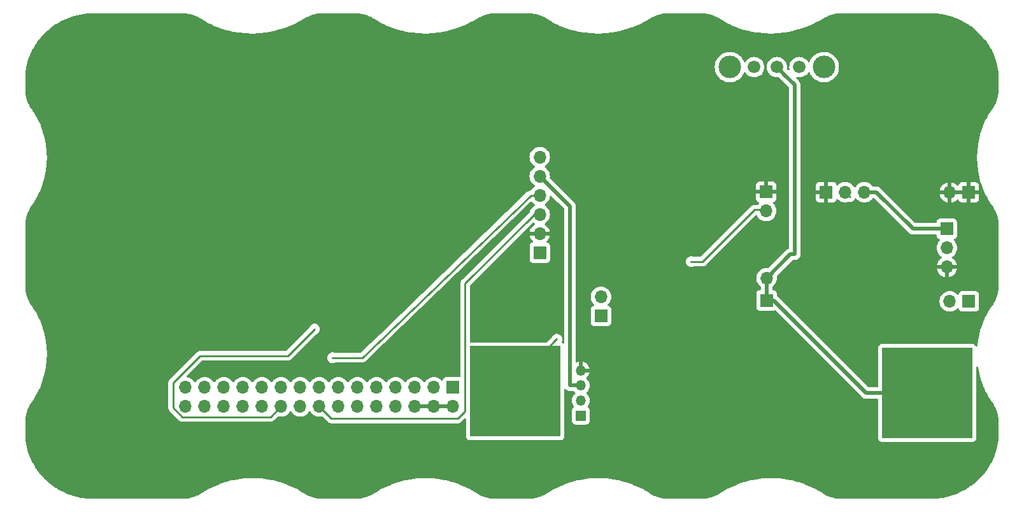
<source format=gbl>
G04 #@! TF.GenerationSoftware,KiCad,Pcbnew,7.99.0-unknown-7252ae551c~176~ubuntu22.04.1*
G04 #@! TF.CreationDate,2023-12-29T19:59:03+09:00*
G04 #@! TF.ProjectId,bGeigieZen 3.0.1 production,62476569-6769-4655-9a65-6e20332e302e,V3.0.1*
G04 #@! TF.SameCoordinates,Original*
G04 #@! TF.FileFunction,Copper,L2,Bot*
G04 #@! TF.FilePolarity,Positive*
%FSLAX46Y46*%
G04 Gerber Fmt 4.6, Leading zero omitted, Abs format (unit mm)*
G04 Created by KiCad (PCBNEW 7.99.0-unknown-7252ae551c~176~ubuntu22.04.1) date 2023-12-29 19:59:03*
%MOMM*%
%LPD*%
G01*
G04 APERTURE LIST*
G04 #@! TA.AperFunction,ComponentPad*
%ADD10R,1.700000X1.700000*%
G04 #@! TD*
G04 #@! TA.AperFunction,ComponentPad*
%ADD11O,1.700000X1.700000*%
G04 #@! TD*
G04 #@! TA.AperFunction,ComponentPad*
%ADD12C,1.676400*%
G04 #@! TD*
G04 #@! TA.AperFunction,ComponentPad*
%ADD13C,3.000000*%
G04 #@! TD*
G04 #@! TA.AperFunction,ComponentPad*
%ADD14R,1.350000X1.350000*%
G04 #@! TD*
G04 #@! TA.AperFunction,ComponentPad*
%ADD15O,1.350000X1.350000*%
G04 #@! TD*
G04 #@! TA.AperFunction,ComponentPad*
%ADD16C,2.743200*%
G04 #@! TD*
G04 #@! TA.AperFunction,SMDPad,CuDef*
%ADD17R,12.000000X12.000000*%
G04 #@! TD*
G04 #@! TA.AperFunction,ViaPad*
%ADD18C,0.300000*%
G04 #@! TD*
G04 #@! TA.AperFunction,Conductor*
%ADD19C,0.250000*%
G04 #@! TD*
G04 #@! TA.AperFunction,Conductor*
%ADD20C,0.500000*%
G04 #@! TD*
G04 APERTURE END LIST*
D10*
X141452600Y-116407000D03*
D11*
X141452600Y-118947000D03*
X138912600Y-116407000D03*
X138912600Y-118947000D03*
X136372600Y-116407000D03*
X136372600Y-118947000D03*
X133832600Y-116407000D03*
X133832600Y-118947000D03*
X131292600Y-116407000D03*
X131292600Y-118947000D03*
X128752600Y-116407000D03*
X128752600Y-118947000D03*
X126212600Y-116407000D03*
X126212600Y-118947000D03*
X123672600Y-116407000D03*
X123672600Y-118947000D03*
X121132600Y-116407000D03*
X121132600Y-118947000D03*
X118592600Y-116407000D03*
X118592600Y-118947000D03*
X116052600Y-116407000D03*
X116052600Y-118947000D03*
X113512600Y-116407000D03*
X113512600Y-118947000D03*
X110972600Y-116407000D03*
X110972600Y-118947000D03*
X108432600Y-116407000D03*
X108432600Y-118947000D03*
X105892600Y-116407000D03*
X105892600Y-118947000D03*
D10*
X210033000Y-90499000D03*
D11*
X207493000Y-90499000D03*
D10*
X152984600Y-98500000D03*
D11*
X152984600Y-95960000D03*
X152984600Y-93420000D03*
X152984600Y-90880000D03*
X152984600Y-88340000D03*
X152984600Y-85800000D03*
D12*
X187505600Y-73838000D03*
X184505600Y-73838000D03*
X181505600Y-73838000D03*
D13*
X190755600Y-73838000D03*
X178255600Y-73838000D03*
D10*
X210037600Y-104977000D03*
D11*
X207497600Y-104977000D03*
D10*
X161121600Y-106925000D03*
D11*
X161121600Y-104385000D03*
D10*
X191067600Y-90470000D03*
D11*
X193607600Y-90470000D03*
X196147600Y-90470000D03*
D10*
X207108000Y-95330000D03*
D11*
X207108000Y-97870000D03*
X207108000Y-100410000D03*
D10*
X183134000Y-104850000D03*
D11*
X183134000Y-101884500D03*
D14*
X158447600Y-120169000D03*
D15*
X158447600Y-118169000D03*
X158447600Y-116169000D03*
X158447600Y-114169000D03*
D10*
X183083200Y-90422800D03*
D11*
X183083200Y-92962800D03*
D16*
X207925600Y-117150000D03*
D17*
X204497600Y-117150000D03*
X149697600Y-116940000D03*
D16*
X153417600Y-119670000D03*
X153417600Y-114590000D03*
X146669600Y-117130000D03*
X201177600Y-114610000D03*
X201177600Y-119690000D03*
D18*
X125451000Y-112470000D03*
X123038000Y-108660000D03*
X173128000Y-99695100D03*
X155249000Y-110003000D03*
D19*
X152984600Y-90880000D02*
X152985000Y-90880000D01*
X151810000Y-90880000D02*
X152984600Y-90880000D01*
X129388000Y-112470000D02*
X151810000Y-90880000D01*
X125451000Y-112470000D02*
X129388000Y-112470000D01*
X123697000Y-118972000D02*
X123685000Y-118959500D01*
X143053000Y-119610000D02*
X142115000Y-120547000D01*
X124468000Y-119742000D02*
X124467000Y-119742000D01*
X123871000Y-119146000D02*
X123772000Y-119046000D01*
X124070000Y-119344000D02*
X123872000Y-119146000D01*
X125273000Y-120547000D02*
X124468000Y-119742000D01*
X123673000Y-118947000D02*
X123698000Y-118972000D01*
X123685000Y-118959500D02*
X123672600Y-118947100D01*
X143053000Y-102615000D02*
X143053000Y-119610000D01*
X124070000Y-119344000D02*
X124468000Y-119742000D01*
X123698000Y-118972000D02*
X123697000Y-118972000D01*
X123747000Y-119021000D02*
X123722000Y-118996000D01*
X152985000Y-93420000D02*
X152984600Y-93420000D01*
X123685000Y-118959500D02*
X123673000Y-118947000D01*
X123672600Y-118947100D02*
X123672600Y-118947000D01*
X123772000Y-119046000D02*
X123872000Y-119146000D01*
X124467000Y-119742000D02*
X124070000Y-119344000D01*
X152248000Y-93420000D02*
X143053000Y-102615000D01*
X123772000Y-119046000D02*
X123747000Y-119021000D01*
X123872000Y-119146000D02*
X123871000Y-119146000D01*
X152984600Y-93420000D02*
X152248000Y-93420000D01*
X123747000Y-119021000D02*
X123722000Y-118996000D01*
X142115000Y-120547000D02*
X125273000Y-120547000D01*
X123722000Y-118996000D02*
X123698000Y-118972000D01*
D20*
X197748000Y-90470000D02*
X196148000Y-90470000D01*
X158447600Y-116169000D02*
X157021000Y-116169000D01*
X152984600Y-88340000D02*
X152985000Y-88340000D01*
X207108000Y-95330000D02*
X202608000Y-95330000D01*
X157021000Y-92376300D02*
X152985000Y-88340000D01*
X158448000Y-116169000D02*
X158447600Y-116169000D01*
X196148000Y-90470000D02*
X196147600Y-90470000D01*
X202608000Y-95330000D02*
X197748000Y-90470000D01*
X157021000Y-116169000D02*
X157021000Y-92376300D01*
X186878000Y-98693300D02*
X186878000Y-76210300D01*
X186878000Y-76210300D02*
X185462000Y-74793800D01*
X186878000Y-98693300D02*
X186325200Y-98693300D01*
X183134000Y-101884500D02*
X183134000Y-104850000D01*
X196375000Y-117150000D02*
X204497600Y-117150000D01*
X184075000Y-104850000D02*
X183134000Y-104850000D01*
X196375000Y-117150000D02*
X184075000Y-104850000D01*
X185462000Y-74793800D02*
X185461000Y-74793800D01*
X184984000Y-74315900D02*
X184745000Y-74076900D01*
X207925600Y-117150000D02*
X207926000Y-117150000D01*
X185461000Y-74793800D02*
X184984000Y-74315900D01*
X184505600Y-73838000D02*
X184506000Y-73838000D01*
X184745000Y-74076900D02*
X184506000Y-73838000D01*
X184984000Y-74315900D02*
X185462000Y-74793800D01*
X204497600Y-117150000D02*
X207925600Y-117150000D01*
X186325200Y-98693300D02*
X183134000Y-101884500D01*
D19*
X104242000Y-115795000D02*
X104242000Y-119134000D01*
X194253000Y-91114800D02*
X194252000Y-91114800D01*
X107831000Y-112206000D02*
X104242000Y-115795000D01*
X123038000Y-108660000D02*
X119492000Y-112206000D01*
X104242000Y-119134000D02*
X105451000Y-120344000D01*
X105451000Y-120344000D02*
X117196000Y-120344000D01*
X118592600Y-118947400D02*
X118593000Y-118947000D01*
X193607600Y-90470000D02*
X193608000Y-90470000D01*
X119492000Y-112206000D02*
X107831000Y-112206000D01*
X117196000Y-120344000D02*
X118592600Y-118947400D01*
X193608000Y-90470000D02*
X194253000Y-91114800D01*
X194252000Y-91114800D02*
X193608000Y-90470000D01*
X118592600Y-118947400D02*
X118592600Y-118947000D01*
X153418000Y-114590000D02*
X151412000Y-116596000D01*
X149697600Y-116940400D02*
X149697600Y-116940000D01*
X153418000Y-119670000D02*
X150878000Y-117130000D01*
X173128000Y-99695100D02*
X174641000Y-99695100D01*
X151412000Y-113840000D02*
X155249000Y-110003000D01*
X149508000Y-117130000D02*
X146670000Y-117130000D01*
X182727600Y-92785000D02*
X182728000Y-92785000D01*
X151412000Y-116596000D02*
X150878000Y-117130000D01*
X149698000Y-116940000D02*
X149697600Y-116940400D01*
X174641000Y-99695100D02*
X181551000Y-92785000D01*
X149697600Y-116940400D02*
X149508000Y-117130000D01*
X181551000Y-92785000D02*
X182727600Y-92785000D01*
X150878000Y-117130000D02*
X149888000Y-117130000D01*
X151412000Y-116596000D02*
X151412000Y-113840000D01*
X149888000Y-117130000D02*
X149698000Y-116940000D01*
G04 #@! TA.AperFunction,Conductor*
G36*
X138446675Y-118754007D02*
G01*
X138412600Y-118881174D01*
X138412600Y-119012826D01*
X138446675Y-119139993D01*
X138481897Y-119201000D01*
X136803303Y-119201000D01*
X136838525Y-119139993D01*
X136872600Y-119012826D01*
X136872600Y-118881174D01*
X136838525Y-118754007D01*
X136803303Y-118693000D01*
X138481897Y-118693000D01*
X138446675Y-118754007D01*
G37*
G04 #@! TD.AperFunction*
G04 #@! TA.AperFunction,Conductor*
G36*
X140986675Y-118754007D02*
G01*
X140952600Y-118881174D01*
X140952600Y-119012826D01*
X140986675Y-119139993D01*
X141021897Y-119201000D01*
X139343303Y-119201000D01*
X139378525Y-119139993D01*
X139412600Y-119012826D01*
X139412600Y-118881174D01*
X139378525Y-118754007D01*
X139343303Y-118693000D01*
X141021897Y-118693000D01*
X140986675Y-118754007D01*
G37*
G04 #@! TD.AperFunction*
G04 #@! TA.AperFunction,Conductor*
G36*
X154547965Y-90975802D02*
G01*
X155421841Y-91849743D01*
X156028193Y-92456140D01*
X156225599Y-92653560D01*
X156259621Y-92715873D01*
X156262500Y-92742652D01*
X156262500Y-110475968D01*
X156242498Y-110544089D01*
X156188842Y-110590582D01*
X156118568Y-110600686D01*
X156060991Y-110576836D01*
X156015360Y-110542677D01*
X155943804Y-110489111D01*
X155943802Y-110489110D01*
X155939565Y-110486796D01*
X155889366Y-110436591D01*
X155874279Y-110367216D01*
X155882143Y-110331539D01*
X155941965Y-110173801D01*
X155941965Y-110173800D01*
X155941966Y-110173798D01*
X155962704Y-110003003D01*
X155962704Y-110002996D01*
X155941965Y-109832200D01*
X155880954Y-109671326D01*
X155880954Y-109671325D01*
X155783215Y-109529727D01*
X155654430Y-109415633D01*
X155654429Y-109415632D01*
X155654426Y-109415630D01*
X155502087Y-109335677D01*
X155502079Y-109335673D01*
X155335031Y-109294500D01*
X155335028Y-109294500D01*
X155162972Y-109294500D01*
X155162968Y-109294500D01*
X154995920Y-109335673D01*
X154995912Y-109335677D01*
X154843573Y-109415630D01*
X154843568Y-109415634D01*
X154714785Y-109529727D01*
X154617046Y-109671325D01*
X154585260Y-109755137D01*
X154556544Y-109799550D01*
X153961501Y-110394595D01*
X153899188Y-110428620D01*
X153872405Y-110431500D01*
X143812500Y-110431500D01*
X143744379Y-110411498D01*
X143697886Y-110357842D01*
X143686500Y-110305500D01*
X143686500Y-102929594D01*
X143706502Y-102861473D01*
X143723405Y-102840499D01*
X147856639Y-98707265D01*
X152027464Y-94536439D01*
X152089774Y-94502415D01*
X152160589Y-94507480D01*
X152193949Y-94526105D01*
X152239024Y-94561189D01*
X152272805Y-94579470D01*
X152323196Y-94629482D01*
X152338549Y-94698799D01*
X152313989Y-94765412D01*
X152272809Y-94801096D01*
X152239304Y-94819228D01*
X152239298Y-94819232D01*
X152061697Y-94957465D01*
X151909274Y-95123041D01*
X151786180Y-95311451D01*
X151695779Y-95517543D01*
X151695776Y-95517550D01*
X151648055Y-95705999D01*
X151648056Y-95706000D01*
X152553897Y-95706000D01*
X152518675Y-95767007D01*
X152484600Y-95894174D01*
X152484600Y-96025826D01*
X152518675Y-96152993D01*
X152553897Y-96214000D01*
X151648055Y-96214000D01*
X151695776Y-96402449D01*
X151695779Y-96402456D01*
X151786180Y-96608548D01*
X151909274Y-96796958D01*
X152052581Y-96952632D01*
X152084001Y-97016297D01*
X152076014Y-97086843D01*
X152031155Y-97141872D01*
X152003913Y-97156024D01*
X151888395Y-97199111D01*
X151888392Y-97199112D01*
X151771338Y-97286738D01*
X151683712Y-97403792D01*
X151683710Y-97403797D01*
X151632611Y-97540795D01*
X151632609Y-97540803D01*
X151626100Y-97601350D01*
X151626100Y-99398649D01*
X151632609Y-99459196D01*
X151632611Y-99459204D01*
X151683710Y-99596202D01*
X151683712Y-99596207D01*
X151771338Y-99713261D01*
X151888392Y-99800887D01*
X151888394Y-99800888D01*
X151888396Y-99800889D01*
X151947475Y-99822924D01*
X152025395Y-99851988D01*
X152025403Y-99851990D01*
X152085950Y-99858499D01*
X152085955Y-99858499D01*
X152085962Y-99858500D01*
X152085968Y-99858500D01*
X153883232Y-99858500D01*
X153883238Y-99858500D01*
X153883245Y-99858499D01*
X153883249Y-99858499D01*
X153943796Y-99851990D01*
X153943799Y-99851989D01*
X153943801Y-99851989D01*
X154080804Y-99800889D01*
X154197861Y-99713261D01*
X154285489Y-99596204D01*
X154336589Y-99459201D01*
X154337076Y-99454679D01*
X154343099Y-99398649D01*
X154343100Y-99398632D01*
X154343100Y-97601367D01*
X154343099Y-97601350D01*
X154336590Y-97540803D01*
X154336588Y-97540795D01*
X154294288Y-97427387D01*
X154285489Y-97403796D01*
X154285488Y-97403794D01*
X154285487Y-97403792D01*
X154197861Y-97286738D01*
X154080807Y-97199112D01*
X154080804Y-97199111D01*
X153965286Y-97156024D01*
X153908451Y-97113477D01*
X153883641Y-97046957D01*
X153898733Y-96977583D01*
X153916619Y-96952632D01*
X154059923Y-96796961D01*
X154183019Y-96608548D01*
X154273420Y-96402456D01*
X154273423Y-96402449D01*
X154321144Y-96214000D01*
X153415303Y-96214000D01*
X153450525Y-96152993D01*
X153484600Y-96025826D01*
X153484600Y-95894174D01*
X153450525Y-95767007D01*
X153415303Y-95706000D01*
X154321144Y-95706000D01*
X154321144Y-95705999D01*
X154273423Y-95517550D01*
X154273420Y-95517543D01*
X154183019Y-95311451D01*
X154059925Y-95123041D01*
X153907502Y-94957465D01*
X153729901Y-94819232D01*
X153729900Y-94819231D01*
X153696391Y-94801097D01*
X153646001Y-94751083D01*
X153630650Y-94681766D01*
X153655212Y-94615153D01*
X153696390Y-94579472D01*
X153730176Y-94561189D01*
X153907840Y-94422906D01*
X154060322Y-94257268D01*
X154183460Y-94068791D01*
X154273896Y-93862616D01*
X154329164Y-93644368D01*
X154347756Y-93420000D01*
X154329164Y-93195632D01*
X154307606Y-93110500D01*
X154273897Y-92977387D01*
X154273896Y-92977386D01*
X154273896Y-92977384D01*
X154183460Y-92771209D01*
X154144446Y-92711493D01*
X154060324Y-92582734D01*
X154060320Y-92582729D01*
X153907837Y-92417091D01*
X153825982Y-92353381D01*
X153730176Y-92278811D01*
X153696919Y-92260813D01*
X153646529Y-92210802D01*
X153631176Y-92141485D01*
X153655736Y-92074872D01*
X153696920Y-92039186D01*
X153730176Y-92021189D01*
X153907840Y-91882906D01*
X154060322Y-91717268D01*
X154183460Y-91528791D01*
X154273896Y-91322616D01*
X154329164Y-91104368D01*
X154333297Y-91054486D01*
X154358855Y-90988254D01*
X154416166Y-90946350D01*
X154487034Y-90942083D01*
X154547965Y-90975802D01*
G37*
G04 #@! TD.AperFunction*
G04 #@! TA.AperFunction,Conductor*
G36*
X209567075Y-90306007D02*
G01*
X209533000Y-90433174D01*
X209533000Y-90564826D01*
X209567075Y-90691993D01*
X209602297Y-90753000D01*
X207923703Y-90753000D01*
X207958925Y-90691993D01*
X207993000Y-90564826D01*
X207993000Y-90433174D01*
X207958925Y-90306007D01*
X207923703Y-90245000D01*
X209602297Y-90245000D01*
X209567075Y-90306007D01*
G37*
G04 #@! TD.AperFunction*
G04 #@! TA.AperFunction,Conductor*
G36*
X105651440Y-66676377D02*
G01*
X105795003Y-66685760D01*
X105798833Y-66686069D01*
X105944408Y-66700116D01*
X105948140Y-66700534D01*
X106093064Y-66719028D01*
X106096826Y-66719566D01*
X106241031Y-66742470D01*
X106244766Y-66743122D01*
X106388152Y-66770393D01*
X106391848Y-66771153D01*
X106526266Y-66800972D01*
X106534263Y-66802746D01*
X106537971Y-66803628D01*
X106679183Y-66839468D01*
X106682845Y-66840456D01*
X106822860Y-66880534D01*
X106826480Y-66881629D01*
X106899608Y-66904973D01*
X106965116Y-66925884D01*
X106968726Y-66927097D01*
X106990146Y-66934655D01*
X107105869Y-66975488D01*
X107109409Y-66976797D01*
X107244890Y-67029265D01*
X107244903Y-67029270D01*
X107248432Y-67030699D01*
X107382120Y-67087197D01*
X107385595Y-67088727D01*
X107517456Y-67149248D01*
X107520881Y-67150885D01*
X107650642Y-67215320D01*
X107654039Y-67217072D01*
X107752729Y-67269924D01*
X107781596Y-67285383D01*
X107785007Y-67287279D01*
X107909859Y-67359203D01*
X107913757Y-67361543D01*
X108653786Y-67824557D01*
X108662190Y-67829815D01*
X108668772Y-67835511D01*
X108678271Y-67840399D01*
X108687464Y-67845629D01*
X108696557Y-67851320D01*
X108704820Y-67854064D01*
X108849286Y-67928418D01*
X109468169Y-68246948D01*
X109475032Y-68251963D01*
X109485423Y-68256290D01*
X109494644Y-68260574D01*
X109504713Y-68265755D01*
X109512977Y-68267760D01*
X110280424Y-68587250D01*
X110304811Y-68597402D01*
X110311892Y-68601760D01*
X110323069Y-68605419D01*
X110332308Y-68608849D01*
X110343235Y-68613399D01*
X110351452Y-68614712D01*
X111167115Y-68881812D01*
X111174345Y-68885530D01*
X111186229Y-68888449D01*
X111195411Y-68891077D01*
X111207076Y-68894899D01*
X111215179Y-68895565D01*
X112049992Y-69100787D01*
X112057326Y-69103896D01*
X112069833Y-69106014D01*
X112078905Y-69107896D01*
X112091271Y-69110938D01*
X112099245Y-69110999D01*
X112948523Y-69254985D01*
X112955922Y-69257508D01*
X112968927Y-69258769D01*
X112977859Y-69259959D01*
X112990761Y-69262148D01*
X112998567Y-69261646D01*
X113857610Y-69345020D01*
X113865069Y-69346989D01*
X113878392Y-69347347D01*
X113887218Y-69347894D01*
X113900559Y-69349192D01*
X113908201Y-69348153D01*
X114772249Y-69371532D01*
X114779730Y-69372962D01*
X114793271Y-69372398D01*
X114801930Y-69372335D01*
X114815548Y-69372703D01*
X114823008Y-69371159D01*
X115687374Y-69335155D01*
X115694901Y-69336068D01*
X115708482Y-69334570D01*
X115717070Y-69333919D01*
X115730762Y-69333350D01*
X115738069Y-69331309D01*
X116598012Y-69236530D01*
X116605589Y-69236930D01*
X116619070Y-69234505D01*
X116627604Y-69233269D01*
X116641242Y-69231768D01*
X116648389Y-69229234D01*
X117499213Y-69076279D01*
X117506829Y-69076159D01*
X117520000Y-69072845D01*
X117528465Y-69071021D01*
X117541881Y-69068610D01*
X117548865Y-69065583D01*
X118385796Y-68855061D01*
X118393465Y-68854412D01*
X118406246Y-68850233D01*
X118414695Y-68847793D01*
X118427699Y-68844523D01*
X118434528Y-68840987D01*
X119252889Y-68573483D01*
X119260608Y-68572280D01*
X119272785Y-68567316D01*
X119281236Y-68564218D01*
X119293716Y-68560141D01*
X119300377Y-68556074D01*
X120095478Y-68232162D01*
X120103219Y-68230375D01*
X120114645Y-68224717D01*
X120123053Y-68220929D01*
X120134904Y-68216103D01*
X120141366Y-68211488D01*
X120908457Y-67831759D01*
X120916199Y-67829357D01*
X120926781Y-67823087D01*
X120935141Y-67818550D01*
X120946216Y-67813070D01*
X120952453Y-67807879D01*
X121703975Y-67362737D01*
X121711358Y-67358693D01*
X121970208Y-67227919D01*
X121973780Y-67226186D01*
X122240653Y-67102063D01*
X122244004Y-67100565D01*
X122378189Y-67042905D01*
X122380667Y-67041873D01*
X122516626Y-66987038D01*
X122519452Y-66985939D01*
X122656274Y-66934641D01*
X122659420Y-66933510D01*
X122797299Y-66886001D01*
X122800728Y-66884874D01*
X122939599Y-66841504D01*
X122943294Y-66840414D01*
X123083099Y-66801529D01*
X123087153Y-66800475D01*
X123227844Y-66766408D01*
X123232254Y-66765425D01*
X123373813Y-66736500D01*
X123378502Y-66735635D01*
X123520953Y-66712173D01*
X123525980Y-66711449D01*
X123669281Y-66693776D01*
X123674615Y-66693235D01*
X123795336Y-66683550D01*
X123818780Y-66681669D01*
X123824352Y-66681347D01*
X123966747Y-66676309D01*
X123970140Y-66676189D01*
X123974595Y-66676110D01*
X128626843Y-66676110D01*
X128635059Y-66676378D01*
X128654314Y-66677636D01*
X128778619Y-66685759D01*
X128782454Y-66686069D01*
X128928000Y-66700113D01*
X128931788Y-66700538D01*
X129076683Y-66719029D01*
X129080465Y-66719570D01*
X129224642Y-66742469D01*
X129228366Y-66743118D01*
X129371773Y-66770393D01*
X129375469Y-66771153D01*
X129509887Y-66800972D01*
X129517884Y-66802746D01*
X129521592Y-66803628D01*
X129662804Y-66839468D01*
X129666466Y-66840456D01*
X129806481Y-66880534D01*
X129810101Y-66881629D01*
X129883073Y-66904923D01*
X129948738Y-66925884D01*
X129952348Y-66927097D01*
X129973768Y-66934655D01*
X130089491Y-66975488D01*
X130093050Y-66976805D01*
X130228509Y-67029265D01*
X130232052Y-67030699D01*
X130264528Y-67044423D01*
X130365728Y-67087190D01*
X130365757Y-67087202D01*
X130369214Y-67088725D01*
X130501050Y-67149235D01*
X130504498Y-67150882D01*
X130634264Y-67215320D01*
X130637661Y-67217072D01*
X130765209Y-67285378D01*
X130768614Y-67287270D01*
X130868270Y-67344679D01*
X130893441Y-67359179D01*
X130897369Y-67361538D01*
X131637405Y-67824557D01*
X131645809Y-67829815D01*
X131652391Y-67835511D01*
X131661890Y-67840399D01*
X131671083Y-67845629D01*
X131680176Y-67851320D01*
X131688439Y-67854064D01*
X131832905Y-67928418D01*
X132451788Y-68246948D01*
X132458651Y-68251963D01*
X132469042Y-68256290D01*
X132478263Y-68260574D01*
X132488332Y-68265755D01*
X132496596Y-68267760D01*
X133264043Y-68587250D01*
X133288430Y-68597402D01*
X133295511Y-68601760D01*
X133306688Y-68605419D01*
X133315927Y-68608849D01*
X133326855Y-68613399D01*
X133335071Y-68614713D01*
X133454755Y-68653905D01*
X134150733Y-68881812D01*
X134157962Y-68885529D01*
X134169836Y-68888446D01*
X134179018Y-68891074D01*
X134190692Y-68894899D01*
X134198796Y-68895565D01*
X135033610Y-69100787D01*
X135040944Y-69103896D01*
X135053451Y-69106014D01*
X135062523Y-69107896D01*
X135074889Y-69110938D01*
X135082863Y-69110999D01*
X135932141Y-69254985D01*
X135939540Y-69257508D01*
X135952545Y-69258769D01*
X135961477Y-69259959D01*
X135974379Y-69262148D01*
X135982185Y-69261646D01*
X136841227Y-69345020D01*
X136848686Y-69346989D01*
X136862009Y-69347347D01*
X136870835Y-69347894D01*
X136884176Y-69349192D01*
X136891818Y-69348153D01*
X137755866Y-69371532D01*
X137763347Y-69372962D01*
X137776888Y-69372398D01*
X137785547Y-69372335D01*
X137799165Y-69372703D01*
X137806625Y-69371159D01*
X138670991Y-69335155D01*
X138678518Y-69336068D01*
X138692099Y-69334570D01*
X138700687Y-69333919D01*
X138714379Y-69333350D01*
X138721686Y-69331309D01*
X139581629Y-69236530D01*
X139589206Y-69236930D01*
X139602687Y-69234505D01*
X139611221Y-69233269D01*
X139624859Y-69231768D01*
X139632006Y-69229234D01*
X140482830Y-69076279D01*
X140490446Y-69076159D01*
X140503617Y-69072845D01*
X140512082Y-69071021D01*
X140525498Y-69068610D01*
X140532482Y-69065583D01*
X141369412Y-68855061D01*
X141377081Y-68854412D01*
X141389862Y-68850233D01*
X141398311Y-68847793D01*
X141411315Y-68844523D01*
X141418144Y-68840987D01*
X142236505Y-68573483D01*
X142244223Y-68572280D01*
X142256400Y-68567316D01*
X142264851Y-68564218D01*
X142277334Y-68560140D01*
X142283997Y-68556073D01*
X142647465Y-68408001D01*
X143079087Y-68232164D01*
X143086830Y-68230377D01*
X143098259Y-68224717D01*
X143106667Y-68220929D01*
X143118518Y-68216103D01*
X143124980Y-68211488D01*
X143892070Y-67831759D01*
X143899812Y-67829357D01*
X143910394Y-67823087D01*
X143918754Y-67818550D01*
X143929829Y-67813070D01*
X143936066Y-67807879D01*
X144687574Y-67362746D01*
X144694931Y-67358714D01*
X144953848Y-67227907D01*
X144957395Y-67226186D01*
X145224270Y-67102063D01*
X145227640Y-67100557D01*
X145361774Y-67042919D01*
X145364314Y-67041861D01*
X145500242Y-66987038D01*
X145503067Y-66985939D01*
X145639891Y-66934640D01*
X145642996Y-66933523D01*
X145780973Y-66885981D01*
X145784345Y-66884874D01*
X145923234Y-66841499D01*
X145926895Y-66840419D01*
X146066717Y-66801529D01*
X146070772Y-66800475D01*
X146211463Y-66766408D01*
X146215872Y-66765425D01*
X146357433Y-66736500D01*
X146362122Y-66735635D01*
X146504573Y-66712173D01*
X146509600Y-66711449D01*
X146652901Y-66693776D01*
X146658234Y-66693235D01*
X146779142Y-66683535D01*
X146802400Y-66681669D01*
X146807972Y-66681347D01*
X146950367Y-66676309D01*
X146953760Y-66676189D01*
X146958215Y-66676110D01*
X151610463Y-66676110D01*
X151618679Y-66676377D01*
X151762242Y-66685760D01*
X151766072Y-66686069D01*
X151911647Y-66700116D01*
X151915379Y-66700534D01*
X152060283Y-66719026D01*
X152064091Y-66719571D01*
X152208262Y-66742469D01*
X152211992Y-66743119D01*
X152355391Y-66770393D01*
X152359087Y-66771153D01*
X152501501Y-66802746D01*
X152505209Y-66803628D01*
X152646421Y-66839468D01*
X152650083Y-66840456D01*
X152790098Y-66880534D01*
X152793718Y-66881629D01*
X152866846Y-66904973D01*
X152932354Y-66925884D01*
X152935964Y-66927097D01*
X152954136Y-66933509D01*
X153073106Y-66975488D01*
X153076646Y-66976797D01*
X153163649Y-67010491D01*
X153212124Y-67029264D01*
X153215669Y-67030699D01*
X153245790Y-67043428D01*
X153341269Y-67083778D01*
X153349360Y-67087197D01*
X153352872Y-67088745D01*
X153484651Y-67149229D01*
X153488126Y-67150889D01*
X153617878Y-67215320D01*
X153621275Y-67217072D01*
X153748855Y-67285395D01*
X153752220Y-67287265D01*
X153877269Y-67359303D01*
X153881159Y-67361639D01*
X154621033Y-67824557D01*
X154629437Y-67829815D01*
X154636019Y-67835511D01*
X154645518Y-67840399D01*
X154654711Y-67845629D01*
X154663804Y-67851320D01*
X154672067Y-67854064D01*
X154810964Y-67925552D01*
X155406692Y-68232165D01*
X155435417Y-68246949D01*
X155442286Y-68251969D01*
X155452650Y-68256283D01*
X155461896Y-68260579D01*
X155471947Y-68265752D01*
X155480221Y-68267760D01*
X156272062Y-68597405D01*
X156279148Y-68601766D01*
X156290301Y-68605416D01*
X156299560Y-68608853D01*
X156310453Y-68613390D01*
X156318673Y-68614706D01*
X156361922Y-68628868D01*
X157134365Y-68881816D01*
X157141593Y-68885532D01*
X157153465Y-68888449D01*
X157162647Y-68891077D01*
X157174321Y-68894902D01*
X157182425Y-68895568D01*
X158017240Y-69100790D01*
X158024574Y-69103899D01*
X158037081Y-69106017D01*
X158046153Y-69107899D01*
X158058519Y-69110941D01*
X158066493Y-69111002D01*
X158915773Y-69254989D01*
X158923171Y-69257513D01*
X158936175Y-69258773D01*
X158945107Y-69259963D01*
X158958009Y-69262152D01*
X158965815Y-69261650D01*
X159824858Y-69345025D01*
X159832317Y-69346994D01*
X159845640Y-69347352D01*
X159854466Y-69347899D01*
X159867807Y-69349197D01*
X159875448Y-69348158D01*
X160739496Y-69371538D01*
X160746978Y-69372968D01*
X160760519Y-69372404D01*
X160769178Y-69372341D01*
X160782796Y-69372709D01*
X160790256Y-69371165D01*
X161654623Y-69335161D01*
X161662150Y-69336074D01*
X161675731Y-69334576D01*
X161684319Y-69333925D01*
X161698011Y-69333356D01*
X161705318Y-69331315D01*
X162565259Y-69236537D01*
X162572837Y-69236937D01*
X162586318Y-69234512D01*
X162594852Y-69233276D01*
X162608490Y-69231775D01*
X162615637Y-69229241D01*
X163466462Y-69076286D01*
X163474078Y-69076166D01*
X163487249Y-69072852D01*
X163495714Y-69071028D01*
X163509127Y-69068617D01*
X163516108Y-69065592D01*
X164353046Y-68855067D01*
X164360715Y-68854418D01*
X164373494Y-68850239D01*
X164381943Y-68847799D01*
X164394946Y-68844530D01*
X164401771Y-68840995D01*
X165220138Y-68573488D01*
X165227856Y-68572285D01*
X165240033Y-68567321D01*
X165248484Y-68564223D01*
X165260964Y-68560146D01*
X165267625Y-68556079D01*
X166062726Y-68232167D01*
X166070467Y-68230380D01*
X166081893Y-68224722D01*
X166090301Y-68220934D01*
X166102151Y-68216108D01*
X166108612Y-68211494D01*
X166875704Y-67831762D01*
X166883446Y-67829360D01*
X166894029Y-67823089D01*
X166902389Y-67818552D01*
X166913464Y-67813072D01*
X166919701Y-67807881D01*
X167671253Y-67362719D01*
X167678630Y-67358676D01*
X167937441Y-67227922D01*
X167941087Y-67226155D01*
X168207893Y-67102063D01*
X168211244Y-67100565D01*
X168345397Y-67042919D01*
X168347938Y-67041861D01*
X168483865Y-66987038D01*
X168486690Y-66985939D01*
X168623515Y-66934641D01*
X168626620Y-66933523D01*
X168764597Y-66885981D01*
X168767969Y-66884874D01*
X168906858Y-66841499D01*
X168910519Y-66840419D01*
X169050356Y-66801525D01*
X169054382Y-66800478D01*
X169195088Y-66766408D01*
X169199497Y-66765425D01*
X169341058Y-66736500D01*
X169345747Y-66735635D01*
X169488198Y-66712173D01*
X169493225Y-66711449D01*
X169636526Y-66693776D01*
X169641860Y-66693235D01*
X169762768Y-66683535D01*
X169786026Y-66681669D01*
X169791598Y-66681347D01*
X169933921Y-66676311D01*
X169937387Y-66676189D01*
X169941842Y-66676110D01*
X174594083Y-66676110D01*
X174602299Y-66676377D01*
X174745862Y-66685760D01*
X174749692Y-66686069D01*
X174895267Y-66700116D01*
X174898999Y-66700534D01*
X175043921Y-66719028D01*
X175047684Y-66719566D01*
X175191889Y-66742470D01*
X175195624Y-66743122D01*
X175339010Y-66770393D01*
X175342706Y-66771153D01*
X175477124Y-66800972D01*
X175485121Y-66802746D01*
X175488829Y-66803628D01*
X175630041Y-66839468D01*
X175633703Y-66840456D01*
X175773718Y-66880534D01*
X175777338Y-66881629D01*
X175850466Y-66904973D01*
X175915974Y-66925884D01*
X175919584Y-66927097D01*
X175937756Y-66933509D01*
X176056726Y-66975488D01*
X176060266Y-66976797D01*
X176195759Y-67029269D01*
X176199290Y-67030699D01*
X176332977Y-67087197D01*
X176336452Y-67088727D01*
X176468302Y-67149243D01*
X176471724Y-67150877D01*
X176569365Y-67199364D01*
X176601487Y-67215315D01*
X176604931Y-67217092D01*
X176732452Y-67285383D01*
X176735841Y-67287265D01*
X176860893Y-67359305D01*
X176864767Y-67361631D01*
X177604653Y-67824557D01*
X177613057Y-67829815D01*
X177619639Y-67835511D01*
X177629138Y-67840399D01*
X177638331Y-67845629D01*
X177647424Y-67851320D01*
X177655687Y-67854064D01*
X177800153Y-67928418D01*
X178419036Y-68246948D01*
X178425899Y-68251963D01*
X178436290Y-68256290D01*
X178445511Y-68260574D01*
X178455580Y-68265755D01*
X178463844Y-68267760D01*
X179231292Y-68587250D01*
X179255679Y-68597402D01*
X179262760Y-68601760D01*
X179273937Y-68605419D01*
X179283176Y-68608849D01*
X179294103Y-68613399D01*
X179302320Y-68614712D01*
X180117983Y-68881812D01*
X180125213Y-68885530D01*
X180137097Y-68888449D01*
X180146279Y-68891077D01*
X180157944Y-68894899D01*
X180166047Y-68895565D01*
X181000861Y-69100787D01*
X181008195Y-69103896D01*
X181020702Y-69106014D01*
X181029774Y-69107896D01*
X181042140Y-69110938D01*
X181050114Y-69110999D01*
X181899393Y-69254985D01*
X181906792Y-69257508D01*
X181919797Y-69258769D01*
X181928729Y-69259959D01*
X181941631Y-69262148D01*
X181949437Y-69261646D01*
X182808480Y-69345020D01*
X182815939Y-69346989D01*
X182829262Y-69347347D01*
X182838088Y-69347894D01*
X182851429Y-69349192D01*
X182859071Y-69348153D01*
X183723120Y-69371532D01*
X183730601Y-69372962D01*
X183744142Y-69372398D01*
X183752801Y-69372335D01*
X183766419Y-69372703D01*
X183773879Y-69371159D01*
X184638246Y-69335155D01*
X184645773Y-69336068D01*
X184659354Y-69334570D01*
X184667942Y-69333919D01*
X184681634Y-69333350D01*
X184688941Y-69331309D01*
X185548883Y-69236530D01*
X185556460Y-69236930D01*
X185569941Y-69234505D01*
X185578475Y-69233269D01*
X185592113Y-69231768D01*
X185599260Y-69229234D01*
X186450085Y-69076279D01*
X186457701Y-69076159D01*
X186470872Y-69072845D01*
X186479337Y-69071021D01*
X186492753Y-69068610D01*
X186499737Y-69065583D01*
X187336667Y-68855061D01*
X187344336Y-68854412D01*
X187357117Y-68850233D01*
X187365566Y-68847793D01*
X187378570Y-68844523D01*
X187385399Y-68840987D01*
X188203760Y-68573483D01*
X188211478Y-68572280D01*
X188223655Y-68567316D01*
X188232106Y-68564218D01*
X188244586Y-68560141D01*
X188251247Y-68556074D01*
X189046348Y-68232162D01*
X189054089Y-68230375D01*
X189065515Y-68224717D01*
X189073923Y-68220929D01*
X189085774Y-68216103D01*
X189092236Y-68211488D01*
X189859326Y-67831759D01*
X189867068Y-67829357D01*
X189877650Y-67823087D01*
X189886010Y-67818550D01*
X189897085Y-67813070D01*
X189903322Y-67807879D01*
X190654848Y-67362734D01*
X190662202Y-67358704D01*
X190921088Y-67227917D01*
X190924674Y-67226177D01*
X191191558Y-67102053D01*
X191194859Y-67100577D01*
X191329032Y-67042924D01*
X191331574Y-67041865D01*
X191467486Y-66987047D01*
X191470215Y-66985985D01*
X191607230Y-66934617D01*
X191610251Y-66933530D01*
X191748142Y-66886015D01*
X191751611Y-66884875D01*
X191890455Y-66841514D01*
X191894166Y-66840419D01*
X192033968Y-66801533D01*
X192038017Y-66800480D01*
X192178760Y-66766400D01*
X192183066Y-66765439D01*
X192324691Y-66736502D01*
X192329392Y-66735635D01*
X192471880Y-66712166D01*
X192476854Y-66711451D01*
X192620160Y-66693776D01*
X192625427Y-66693240D01*
X192769689Y-66681667D01*
X192775222Y-66681348D01*
X192921008Y-66676189D01*
X192925464Y-66676110D01*
X204905471Y-66676110D01*
X204906295Y-66676113D01*
X204917754Y-66676187D01*
X204917755Y-66676188D01*
X205370052Y-66679147D01*
X205376816Y-66679375D01*
X205817537Y-66706141D01*
X205824211Y-66706725D01*
X206260716Y-66756675D01*
X206267230Y-66757594D01*
X206574524Y-66809186D01*
X206698842Y-66830058D01*
X206705213Y-66831297D01*
X206751394Y-66841520D01*
X207131264Y-66925611D01*
X207137409Y-66927137D01*
X207557117Y-67042616D01*
X207563076Y-67044416D01*
X207975792Y-67180406D01*
X207981565Y-67182466D01*
X208386535Y-67338284D01*
X208392122Y-67340590D01*
X208752717Y-67499714D01*
X208788551Y-67515527D01*
X208793981Y-67518079D01*
X209181237Y-67711494D01*
X209186478Y-67714268D01*
X209563746Y-67925432D01*
X209568801Y-67928418D01*
X209935474Y-68156710D01*
X209940349Y-68159904D01*
X210295636Y-68404604D01*
X210300333Y-68408001D01*
X210643506Y-68668418D01*
X210648031Y-68672018D01*
X210978380Y-68947474D01*
X210982733Y-68951277D01*
X211119391Y-69076287D01*
X211294572Y-69236537D01*
X211299492Y-69241037D01*
X211303673Y-69245041D01*
X211392895Y-69334535D01*
X211606177Y-69548468D01*
X211610194Y-69552689D01*
X211897660Y-69869021D01*
X211901508Y-69873458D01*
X212134017Y-70154592D01*
X212167218Y-70194737D01*
X212173265Y-70202048D01*
X212176939Y-70206709D01*
X212432260Y-70546852D01*
X212435753Y-70551745D01*
X212673882Y-70902680D01*
X212677179Y-70907801D01*
X212897477Y-71268932D01*
X212900565Y-71274287D01*
X213102253Y-71644809D01*
X213105135Y-71650437D01*
X213287541Y-72029693D01*
X213290188Y-72035577D01*
X213452607Y-72422881D01*
X213454995Y-72429020D01*
X213596731Y-72823669D01*
X213598836Y-72830062D01*
X213719199Y-73231396D01*
X213720994Y-73238036D01*
X213819277Y-73645330D01*
X213820734Y-73652201D01*
X213896250Y-74064791D01*
X213897339Y-74071875D01*
X213949403Y-74489123D01*
X213950097Y-74496393D01*
X213978008Y-74917604D01*
X213978281Y-74925025D01*
X213981448Y-75363689D01*
X213981451Y-75364599D01*
X213981451Y-77069677D01*
X213981133Y-77078621D01*
X213971409Y-77215263D01*
X213971037Y-77219489D01*
X213956448Y-77358297D01*
X213955937Y-77362480D01*
X213936717Y-77500706D01*
X213936072Y-77504839D01*
X213912265Y-77642402D01*
X213911489Y-77646488D01*
X213883126Y-77783330D01*
X213882220Y-77787366D01*
X213849375Y-77923229D01*
X213848343Y-77927213D01*
X213811043Y-78062058D01*
X213809886Y-78065990D01*
X213768186Y-78199658D01*
X213766907Y-78203536D01*
X213720845Y-78335933D01*
X213719444Y-78339758D01*
X213669094Y-78470682D01*
X213667574Y-78474452D01*
X213612958Y-78603848D01*
X213611319Y-78607562D01*
X213552479Y-78735313D01*
X213550722Y-78738973D01*
X213487747Y-78864862D01*
X213485873Y-78868461D01*
X213418762Y-78992469D01*
X213416770Y-78996013D01*
X213345603Y-79117946D01*
X213343494Y-79121429D01*
X213269284Y-79239629D01*
X213265149Y-79245802D01*
X213022857Y-79585472D01*
X213019085Y-79589176D01*
X213009511Y-79603879D01*
X213009511Y-79603880D01*
X213008700Y-79605124D01*
X213005725Y-79609490D01*
X212994665Y-79625003D01*
X212992596Y-79629874D01*
X212777647Y-79960199D01*
X212772804Y-79965486D01*
X212765581Y-79978285D01*
X212761469Y-79985062D01*
X212753472Y-79997353D01*
X212751019Y-80004091D01*
X212339049Y-80734229D01*
X212333702Y-80740997D01*
X212329129Y-80750939D01*
X212324407Y-80760181D01*
X212319036Y-80769702D01*
X212316688Y-80777998D01*
X211967719Y-81537037D01*
X211963017Y-81544115D01*
X211959176Y-81554636D01*
X211955306Y-81564038D01*
X211950608Y-81574259D01*
X211948967Y-81582608D01*
X211663569Y-82364733D01*
X211659496Y-82372077D01*
X211656418Y-82383177D01*
X211653378Y-82392664D01*
X211649415Y-82403531D01*
X211648462Y-82411878D01*
X211426557Y-83212471D01*
X211423114Y-83220031D01*
X211420864Y-83231582D01*
X211418619Y-83241113D01*
X211415474Y-83252467D01*
X211415184Y-83260772D01*
X211256712Y-84075247D01*
X211253889Y-84082990D01*
X211252519Y-84094846D01*
X211251037Y-84104421D01*
X211248753Y-84116166D01*
X211249107Y-84124402D01*
X211154035Y-84948122D01*
X211151826Y-84956027D01*
X211151367Y-84968025D01*
X211150629Y-84977648D01*
X211149248Y-84989616D01*
X211150229Y-84997764D01*
X211118538Y-85826099D01*
X211116944Y-85834125D01*
X211117403Y-85846202D01*
X211117403Y-85855767D01*
X211116942Y-85867889D01*
X211118539Y-85875917D01*
X211150224Y-86704241D01*
X211149246Y-86712381D01*
X211150626Y-86724363D01*
X211151359Y-86733920D01*
X211151826Y-86746049D01*
X211154042Y-86753953D01*
X211249100Y-87577614D01*
X211248749Y-87585857D01*
X211251023Y-87597547D01*
X211252509Y-87607149D01*
X211253879Y-87619017D01*
X211256709Y-87626770D01*
X211415175Y-88441247D01*
X211415468Y-88449556D01*
X211418603Y-88460873D01*
X211420854Y-88470435D01*
X211423104Y-88481996D01*
X211426555Y-88489565D01*
X211470809Y-88649228D01*
X211648457Y-89290169D01*
X211649414Y-89298521D01*
X211653358Y-89309336D01*
X211656398Y-89318822D01*
X211659490Y-89329971D01*
X211663570Y-89337320D01*
X211948954Y-90119424D01*
X211950597Y-90127773D01*
X211955285Y-90137975D01*
X211959150Y-90147365D01*
X211963024Y-90157976D01*
X211967737Y-90165059D01*
X212316685Y-90924065D01*
X212319036Y-90932361D01*
X212324394Y-90941859D01*
X212329122Y-90951113D01*
X212333701Y-90961071D01*
X212339050Y-90967836D01*
X212416089Y-91104375D01*
X212742512Y-91682904D01*
X212751028Y-91697996D01*
X212753488Y-91704748D01*
X212761467Y-91717009D01*
X212765600Y-91723822D01*
X212772815Y-91736611D01*
X212777666Y-91741903D01*
X212992604Y-92072218D01*
X212994683Y-92077107D01*
X213005703Y-92092559D01*
X213008716Y-92096979D01*
X213009448Y-92098105D01*
X213019127Y-92112975D01*
X213022916Y-92116690D01*
X213263473Y-92453932D01*
X213270095Y-92464242D01*
X213410842Y-92708746D01*
X213412378Y-92711493D01*
X213480445Y-92836880D01*
X213481639Y-92839134D01*
X213547322Y-92966201D01*
X213548622Y-92968789D01*
X213611163Y-93096913D01*
X213612545Y-93099839D01*
X213671569Y-93229143D01*
X213673015Y-93232436D01*
X213728011Y-93362725D01*
X213729514Y-93366450D01*
X213780043Y-93497682D01*
X213781556Y-93501825D01*
X213827205Y-93634004D01*
X213828689Y-93638585D01*
X213869008Y-93771601D01*
X213870420Y-93776633D01*
X213905002Y-93910487D01*
X213906291Y-93915979D01*
X213934538Y-94049787D01*
X213934721Y-94050650D01*
X213935827Y-94056592D01*
X213936019Y-94057777D01*
X213957699Y-94192080D01*
X213958563Y-94198466D01*
X213973455Y-94334676D01*
X213974012Y-94341464D01*
X213981535Y-94478507D01*
X213981724Y-94485657D01*
X213981505Y-94598924D01*
X213981436Y-94599283D01*
X213981436Y-103194373D01*
X213981118Y-103203317D01*
X213971394Y-103339959D01*
X213971022Y-103344185D01*
X213956432Y-103483001D01*
X213955921Y-103487184D01*
X213936698Y-103625432D01*
X213936053Y-103629566D01*
X213912248Y-103767112D01*
X213911472Y-103771198D01*
X213883111Y-103908027D01*
X213882205Y-103912062D01*
X213849356Y-104047938D01*
X213848323Y-104051923D01*
X213811024Y-104186759D01*
X213809867Y-104190692D01*
X213768160Y-104324377D01*
X213766881Y-104328255D01*
X213720826Y-104460627D01*
X213719426Y-104464450D01*
X213669058Y-104595422D01*
X213667537Y-104599194D01*
X213612913Y-104728603D01*
X213611274Y-104732318D01*
X213552453Y-104860019D01*
X213550697Y-104863675D01*
X213487708Y-104989594D01*
X213485833Y-104993196D01*
X213418746Y-105117155D01*
X213416755Y-105120697D01*
X213345553Y-105242689D01*
X213343443Y-105246173D01*
X213269256Y-105364335D01*
X213265123Y-105370507D01*
X213022825Y-105710187D01*
X213019049Y-105713895D01*
X213008679Y-105729823D01*
X213005684Y-105734217D01*
X212994640Y-105749707D01*
X212992569Y-105754581D01*
X212777624Y-106084908D01*
X212772784Y-106090191D01*
X212765557Y-106102993D01*
X212761464Y-106109740D01*
X212753442Y-106122074D01*
X212750991Y-106128808D01*
X212339028Y-106858941D01*
X212333680Y-106865709D01*
X212329107Y-106875652D01*
X212324385Y-106884894D01*
X212319014Y-106894416D01*
X212316665Y-106902712D01*
X211967700Y-107661748D01*
X211962997Y-107668827D01*
X211959156Y-107679349D01*
X211955286Y-107688751D01*
X211950589Y-107698971D01*
X211948947Y-107707322D01*
X211663551Y-108489447D01*
X211659478Y-108496791D01*
X211656400Y-108507891D01*
X211653358Y-108517381D01*
X211649399Y-108528237D01*
X211648445Y-108536590D01*
X211426543Y-109337182D01*
X211423100Y-109344742D01*
X211420850Y-109356293D01*
X211418605Y-109365824D01*
X211415460Y-109377178D01*
X211415170Y-109385483D01*
X211256699Y-110199956D01*
X211253876Y-110207699D01*
X211252506Y-110219555D01*
X211251024Y-110229130D01*
X211248740Y-110240875D01*
X211249094Y-110249110D01*
X211179772Y-110849740D01*
X211152092Y-110915119D01*
X211093459Y-110955153D01*
X211022490Y-110957133D01*
X210961717Y-110920430D01*
X210953735Y-110910803D01*
X210860861Y-110786738D01*
X210743807Y-110699112D01*
X210743802Y-110699110D01*
X210606804Y-110648011D01*
X210606796Y-110648009D01*
X210546249Y-110641500D01*
X210546238Y-110641500D01*
X198448962Y-110641500D01*
X198448950Y-110641500D01*
X198388403Y-110648009D01*
X198388395Y-110648011D01*
X198251397Y-110699110D01*
X198251392Y-110699112D01*
X198134338Y-110786738D01*
X198046712Y-110903792D01*
X198046710Y-110903797D01*
X197995611Y-111040795D01*
X197995609Y-111040803D01*
X197989100Y-111101350D01*
X197989100Y-116265500D01*
X197969098Y-116333621D01*
X197915442Y-116380114D01*
X197863100Y-116391500D01*
X196741371Y-116391500D01*
X196673250Y-116371498D01*
X196652276Y-116354595D01*
X185274682Y-104977000D01*
X206134444Y-104977000D01*
X206147063Y-105129290D01*
X206153037Y-105201375D01*
X206208302Y-105419612D01*
X206208303Y-105419613D01*
X206208304Y-105419616D01*
X206298003Y-105624110D01*
X206298741Y-105625793D01*
X206421875Y-105814265D01*
X206421879Y-105814270D01*
X206513355Y-105913638D01*
X206561373Y-105965799D01*
X206574362Y-105979908D01*
X206628931Y-106022381D01*
X206752024Y-106118189D01*
X206950026Y-106225342D01*
X206950027Y-106225342D01*
X206950028Y-106225343D01*
X207061827Y-106263723D01*
X207162965Y-106298444D01*
X207385031Y-106335500D01*
X207385035Y-106335500D01*
X207610165Y-106335500D01*
X207610169Y-106335500D01*
X207832235Y-106298444D01*
X208045174Y-106225342D01*
X208243176Y-106118189D01*
X208420840Y-105979906D01*
X208481845Y-105913637D01*
X208542696Y-105877067D01*
X208613661Y-105879200D01*
X208672206Y-105919362D01*
X208692600Y-105954941D01*
X208736711Y-106073204D01*
X208736712Y-106073207D01*
X208824338Y-106190261D01*
X208941392Y-106277887D01*
X208941394Y-106277888D01*
X208941396Y-106277889D01*
X208996500Y-106298442D01*
X209078395Y-106328988D01*
X209078403Y-106328990D01*
X209138950Y-106335499D01*
X209138955Y-106335499D01*
X209138962Y-106335500D01*
X209138968Y-106335500D01*
X210936232Y-106335500D01*
X210936238Y-106335500D01*
X210936245Y-106335499D01*
X210936249Y-106335499D01*
X210996796Y-106328990D01*
X210996799Y-106328989D01*
X210996801Y-106328989D01*
X211133804Y-106277889D01*
X211203999Y-106225342D01*
X211250861Y-106190261D01*
X211338487Y-106073207D01*
X211338487Y-106073206D01*
X211338489Y-106073204D01*
X211389589Y-105936201D01*
X211391400Y-105919362D01*
X211396099Y-105875649D01*
X211396100Y-105875632D01*
X211396100Y-104078367D01*
X211396099Y-104078350D01*
X211389590Y-104017803D01*
X211389588Y-104017795D01*
X211351981Y-103916969D01*
X211338489Y-103880796D01*
X211338488Y-103880794D01*
X211338487Y-103880792D01*
X211250861Y-103763738D01*
X211133807Y-103676112D01*
X211133802Y-103676110D01*
X210996804Y-103625011D01*
X210996796Y-103625009D01*
X210936249Y-103618500D01*
X210936238Y-103618500D01*
X209138962Y-103618500D01*
X209138950Y-103618500D01*
X209078403Y-103625009D01*
X209078395Y-103625011D01*
X208941397Y-103676110D01*
X208941392Y-103676112D01*
X208824338Y-103763738D01*
X208736712Y-103880792D01*
X208736711Y-103880795D01*
X208692600Y-103999058D01*
X208650053Y-104055893D01*
X208583532Y-104080703D01*
X208514158Y-104065611D01*
X208481846Y-104040363D01*
X208420840Y-103974094D01*
X208420839Y-103974093D01*
X208420837Y-103974091D01*
X208313824Y-103890799D01*
X208243176Y-103835811D01*
X208045174Y-103728658D01*
X208045172Y-103728657D01*
X208045171Y-103728656D01*
X207832239Y-103655557D01*
X207832230Y-103655555D01*
X207788076Y-103648187D01*
X207610169Y-103618500D01*
X207385031Y-103618500D01*
X207236811Y-103643233D01*
X207162969Y-103655555D01*
X207162960Y-103655557D01*
X206950028Y-103728656D01*
X206950026Y-103728658D01*
X206875442Y-103769021D01*
X206752026Y-103835810D01*
X206752024Y-103835811D01*
X206574362Y-103974091D01*
X206421879Y-104139729D01*
X206421875Y-104139734D01*
X206298741Y-104328206D01*
X206208303Y-104534386D01*
X206208302Y-104534387D01*
X206153037Y-104752624D01*
X206153036Y-104752630D01*
X206153036Y-104752632D01*
X206134444Y-104977000D01*
X185274682Y-104977000D01*
X184558520Y-104260838D01*
X184558512Y-104260832D01*
X184548495Y-104254138D01*
X184502969Y-104199659D01*
X184492500Y-104149375D01*
X184492500Y-103951367D01*
X184492499Y-103951350D01*
X184485990Y-103890803D01*
X184485988Y-103890795D01*
X184456924Y-103812875D01*
X184434889Y-103753796D01*
X184434888Y-103753794D01*
X184434887Y-103753792D01*
X184347261Y-103636738D01*
X184230207Y-103549112D01*
X184230202Y-103549110D01*
X184093204Y-103498011D01*
X184093196Y-103498009D01*
X184032649Y-103491500D01*
X184032638Y-103491500D01*
X184018500Y-103491500D01*
X183950379Y-103471498D01*
X183903886Y-103417842D01*
X183892500Y-103365500D01*
X183892500Y-103077226D01*
X183912502Y-103009105D01*
X183941106Y-102977797D01*
X184057240Y-102887406D01*
X184209722Y-102721768D01*
X184332860Y-102533291D01*
X184423296Y-102327116D01*
X184478564Y-102108868D01*
X184497156Y-101884500D01*
X184479750Y-101674451D01*
X184494059Y-101604915D01*
X184516222Y-101574957D01*
X186602476Y-99488705D01*
X186664788Y-99454679D01*
X186691571Y-99451800D01*
X186952706Y-99451800D01*
X187099246Y-99422651D01*
X187237284Y-99365474D01*
X187361516Y-99282465D01*
X187467165Y-99176816D01*
X187550174Y-99052584D01*
X187607351Y-98914546D01*
X187636500Y-98768006D01*
X187636500Y-91368597D01*
X189709600Y-91368597D01*
X189716105Y-91429093D01*
X189767155Y-91565964D01*
X189767155Y-91565965D01*
X189854695Y-91682904D01*
X189971634Y-91770444D01*
X190108506Y-91821494D01*
X190169002Y-91827999D01*
X190169015Y-91828000D01*
X190813600Y-91828000D01*
X190813600Y-90900702D01*
X190874607Y-90935925D01*
X191001774Y-90970000D01*
X191133426Y-90970000D01*
X191260593Y-90935925D01*
X191321600Y-90900702D01*
X191321600Y-91828000D01*
X191966185Y-91828000D01*
X191966197Y-91827999D01*
X192026693Y-91821494D01*
X192163564Y-91770444D01*
X192163565Y-91770444D01*
X192280504Y-91682904D01*
X192368044Y-91565965D01*
X192412218Y-91447530D01*
X192454765Y-91390694D01*
X192521285Y-91365883D01*
X192590659Y-91380974D01*
X192622972Y-91406222D01*
X192661000Y-91447530D01*
X192684362Y-91472908D01*
X192721141Y-91501534D01*
X192862024Y-91611189D01*
X193060026Y-91718342D01*
X193060027Y-91718342D01*
X193060028Y-91718343D01*
X193171827Y-91756723D01*
X193272965Y-91791444D01*
X193495031Y-91828500D01*
X193495035Y-91828500D01*
X193720165Y-91828500D01*
X193720169Y-91828500D01*
X193942235Y-91791444D01*
X194080381Y-91744017D01*
X194145948Y-91739627D01*
X194189213Y-91748261D01*
X194189216Y-91748261D01*
X194189221Y-91748262D01*
X194189696Y-91748309D01*
X194190703Y-91748308D01*
X194190704Y-91748309D01*
X194249814Y-91748300D01*
X194252417Y-91748300D01*
X194314000Y-91748338D01*
X194314003Y-91748337D01*
X194314996Y-91748338D01*
X194315380Y-91748300D01*
X194315394Y-91748300D01*
X194315407Y-91748297D01*
X194315481Y-91748290D01*
X194315492Y-91748290D01*
X194359554Y-91739517D01*
X194374186Y-91736605D01*
X194374186Y-91736609D01*
X194374205Y-91736600D01*
X194437785Y-91723955D01*
X194437786Y-91723954D01*
X194437798Y-91723952D01*
X194437851Y-91723935D01*
X194437867Y-91723928D01*
X194437879Y-91723926D01*
X194495442Y-91700072D01*
X194553018Y-91676223D01*
X194553125Y-91676180D01*
X194553276Y-91676077D01*
X194607064Y-91640125D01*
X194656833Y-91606871D01*
X194656834Y-91606869D01*
X194656880Y-91606839D01*
X194656882Y-91606837D01*
X194657007Y-91606711D01*
X194701021Y-91562682D01*
X194701024Y-91562685D01*
X194701035Y-91562667D01*
X194744987Y-91518717D01*
X194745095Y-91518610D01*
X194745104Y-91518599D01*
X194745130Y-91518559D01*
X194745134Y-91518556D01*
X194780429Y-91465714D01*
X194814400Y-91414875D01*
X194814403Y-91414868D01*
X194814439Y-91414799D01*
X194814447Y-91414788D01*
X194838081Y-91357704D01*
X194850239Y-91328353D01*
X194894787Y-91273072D01*
X194962151Y-91250651D01*
X195030942Y-91268209D01*
X195067993Y-91303692D01*
X195068680Y-91303159D01*
X195071879Y-91307270D01*
X195224362Y-91472908D01*
X195261141Y-91501534D01*
X195402024Y-91611189D01*
X195600026Y-91718342D01*
X195600027Y-91718342D01*
X195600028Y-91718343D01*
X195711827Y-91756723D01*
X195812965Y-91791444D01*
X196035031Y-91828500D01*
X196035035Y-91828500D01*
X196260165Y-91828500D01*
X196260169Y-91828500D01*
X196482235Y-91791444D01*
X196695174Y-91718342D01*
X196893176Y-91611189D01*
X197070840Y-91472906D01*
X197223322Y-91307268D01*
X197237490Y-91285583D01*
X197291495Y-91239495D01*
X197342972Y-91228500D01*
X197381629Y-91228500D01*
X197449750Y-91248502D01*
X197470724Y-91265405D01*
X202124485Y-95919166D01*
X202248716Y-96002174D01*
X202386753Y-96059351D01*
X202460022Y-96073924D01*
X202460023Y-96073925D01*
X202474598Y-96076824D01*
X202533294Y-96088500D01*
X202533295Y-96088500D01*
X202682705Y-96088500D01*
X205623500Y-96088500D01*
X205691621Y-96108502D01*
X205738114Y-96162158D01*
X205749500Y-96214500D01*
X205749500Y-96228649D01*
X205756009Y-96289196D01*
X205756011Y-96289204D01*
X205807110Y-96426202D01*
X205807112Y-96426207D01*
X205894738Y-96543261D01*
X206011791Y-96630886D01*
X206011792Y-96630886D01*
X206011796Y-96630889D01*
X206126810Y-96673787D01*
X206183642Y-96716332D01*
X206208453Y-96782852D01*
X206193362Y-96852226D01*
X206175475Y-96877179D01*
X206032280Y-97032729D01*
X206032275Y-97032734D01*
X205909141Y-97221206D01*
X205818703Y-97427386D01*
X205818702Y-97427387D01*
X205763437Y-97645624D01*
X205763436Y-97645630D01*
X205763436Y-97645632D01*
X205744844Y-97870000D01*
X205757938Y-98028021D01*
X205763437Y-98094375D01*
X205818702Y-98312612D01*
X205818703Y-98312613D01*
X205909141Y-98518793D01*
X206032275Y-98707265D01*
X206032279Y-98707270D01*
X206184762Y-98872908D01*
X206238258Y-98914546D01*
X206362424Y-99011189D01*
X206396205Y-99029470D01*
X206446596Y-99079482D01*
X206461949Y-99148799D01*
X206437389Y-99215412D01*
X206396209Y-99251096D01*
X206362704Y-99269228D01*
X206362698Y-99269232D01*
X206185097Y-99407465D01*
X206032674Y-99573041D01*
X205909580Y-99761451D01*
X205819179Y-99967543D01*
X205819176Y-99967550D01*
X205771455Y-100155999D01*
X205771456Y-100156000D01*
X206677297Y-100156000D01*
X206642075Y-100217007D01*
X206608000Y-100344174D01*
X206608000Y-100475826D01*
X206642075Y-100602993D01*
X206677297Y-100664000D01*
X205771455Y-100664000D01*
X205819176Y-100852449D01*
X205819179Y-100852456D01*
X205909580Y-101058548D01*
X206032674Y-101246958D01*
X206185097Y-101412534D01*
X206362698Y-101550767D01*
X206362699Y-101550768D01*
X206560628Y-101657882D01*
X206560630Y-101657883D01*
X206773483Y-101730955D01*
X206773492Y-101730957D01*
X206854000Y-101744391D01*
X206854000Y-100840702D01*
X206915007Y-100875925D01*
X207042174Y-100910000D01*
X207173826Y-100910000D01*
X207300993Y-100875925D01*
X207362000Y-100840702D01*
X207362000Y-101744390D01*
X207442507Y-101730957D01*
X207442516Y-101730955D01*
X207655369Y-101657883D01*
X207655371Y-101657882D01*
X207853300Y-101550768D01*
X207853301Y-101550767D01*
X208030902Y-101412534D01*
X208183325Y-101246958D01*
X208306419Y-101058548D01*
X208396820Y-100852456D01*
X208396823Y-100852449D01*
X208444544Y-100664000D01*
X207538703Y-100664000D01*
X207573925Y-100602993D01*
X207608000Y-100475826D01*
X207608000Y-100344174D01*
X207573925Y-100217007D01*
X207538703Y-100156000D01*
X208444544Y-100156000D01*
X208444544Y-100155999D01*
X208396823Y-99967550D01*
X208396820Y-99967543D01*
X208306419Y-99761451D01*
X208183325Y-99573041D01*
X208030902Y-99407465D01*
X207853301Y-99269232D01*
X207853300Y-99269231D01*
X207819791Y-99251097D01*
X207769401Y-99201083D01*
X207754050Y-99131766D01*
X207778612Y-99065153D01*
X207819790Y-99029472D01*
X207853576Y-99011189D01*
X208031240Y-98872906D01*
X208183722Y-98707268D01*
X208306860Y-98518791D01*
X208397296Y-98312616D01*
X208452564Y-98094368D01*
X208471156Y-97870000D01*
X208452564Y-97645632D01*
X208397296Y-97427384D01*
X208306860Y-97221209D01*
X208264273Y-97156024D01*
X208183724Y-97032734D01*
X208183719Y-97032729D01*
X208040524Y-96877179D01*
X208009103Y-96813514D01*
X208017090Y-96742968D01*
X208061948Y-96687939D01*
X208089183Y-96673789D01*
X208204204Y-96630889D01*
X208321261Y-96543261D01*
X208408889Y-96426204D01*
X208459989Y-96289201D01*
X208466500Y-96228638D01*
X208466500Y-94431362D01*
X208465591Y-94422906D01*
X208459990Y-94370803D01*
X208459988Y-94370795D01*
X208417644Y-94257270D01*
X208408889Y-94233796D01*
X208408888Y-94233794D01*
X208408887Y-94233792D01*
X208321261Y-94116738D01*
X208204207Y-94029112D01*
X208204202Y-94029110D01*
X208067204Y-93978011D01*
X208067196Y-93978009D01*
X208006649Y-93971500D01*
X208006638Y-93971500D01*
X206209362Y-93971500D01*
X206209350Y-93971500D01*
X206148803Y-93978009D01*
X206148795Y-93978011D01*
X206011797Y-94029110D01*
X206011792Y-94029112D01*
X205894738Y-94116738D01*
X205807112Y-94233792D01*
X205807110Y-94233797D01*
X205756011Y-94370795D01*
X205756009Y-94370803D01*
X205749500Y-94431350D01*
X205749500Y-94445500D01*
X205729498Y-94513621D01*
X205675842Y-94560114D01*
X205623500Y-94571500D01*
X202974371Y-94571500D01*
X202906250Y-94551498D01*
X202885276Y-94534595D01*
X199103681Y-90753000D01*
X206156455Y-90753000D01*
X206204176Y-90941449D01*
X206204179Y-90941456D01*
X206294580Y-91147548D01*
X206417674Y-91335958D01*
X206570097Y-91501534D01*
X206747698Y-91639767D01*
X206747699Y-91639768D01*
X206945628Y-91746882D01*
X206945630Y-91746883D01*
X207158483Y-91819955D01*
X207158492Y-91819957D01*
X207239000Y-91833391D01*
X207239000Y-90929702D01*
X207300007Y-90964925D01*
X207427174Y-90999000D01*
X207558826Y-90999000D01*
X207685993Y-90964925D01*
X207747000Y-90929702D01*
X207747000Y-91833390D01*
X207827507Y-91819957D01*
X207827516Y-91819955D01*
X208040369Y-91746883D01*
X208040371Y-91746882D01*
X208238300Y-91639768D01*
X208238301Y-91639767D01*
X208415902Y-91501534D01*
X208477426Y-91434700D01*
X208538279Y-91398128D01*
X208609243Y-91400261D01*
X208667789Y-91440422D01*
X208688185Y-91476003D01*
X208732556Y-91594966D01*
X208820095Y-91711904D01*
X208937034Y-91799444D01*
X209073906Y-91850494D01*
X209134402Y-91856999D01*
X209134415Y-91857000D01*
X209779000Y-91857000D01*
X209779000Y-90929702D01*
X209840007Y-90964925D01*
X209967174Y-90999000D01*
X210098826Y-90999000D01*
X210225993Y-90964925D01*
X210287000Y-90929702D01*
X210287000Y-91857000D01*
X210931585Y-91857000D01*
X210931597Y-91856999D01*
X210992093Y-91850494D01*
X211128964Y-91799444D01*
X211128965Y-91799444D01*
X211245904Y-91711904D01*
X211333444Y-91594965D01*
X211333444Y-91594964D01*
X211384494Y-91458093D01*
X211390999Y-91397597D01*
X211391000Y-91397585D01*
X211391000Y-90753000D01*
X210463703Y-90753000D01*
X210498925Y-90691993D01*
X210533000Y-90564826D01*
X210533000Y-90433174D01*
X210498925Y-90306007D01*
X210463703Y-90245000D01*
X211391000Y-90245000D01*
X211391000Y-89600414D01*
X211390999Y-89600402D01*
X211384494Y-89539906D01*
X211333444Y-89403035D01*
X211333444Y-89403034D01*
X211245904Y-89286095D01*
X211128965Y-89198555D01*
X210992093Y-89147505D01*
X210931597Y-89141000D01*
X210287000Y-89141000D01*
X210287000Y-90068297D01*
X210225993Y-90033075D01*
X210098826Y-89999000D01*
X209967174Y-89999000D01*
X209840007Y-90033075D01*
X209779000Y-90068297D01*
X209779000Y-89141000D01*
X209134402Y-89141000D01*
X209073906Y-89147505D01*
X208937035Y-89198555D01*
X208937034Y-89198555D01*
X208820095Y-89286095D01*
X208732555Y-89403034D01*
X208732553Y-89403039D01*
X208688184Y-89521996D01*
X208645637Y-89578832D01*
X208579117Y-89603642D01*
X208509743Y-89588550D01*
X208477427Y-89563300D01*
X208415902Y-89496465D01*
X208238301Y-89358232D01*
X208238300Y-89358231D01*
X208040371Y-89251117D01*
X208040369Y-89251116D01*
X207827512Y-89178043D01*
X207827501Y-89178040D01*
X207747000Y-89164606D01*
X207747000Y-90068297D01*
X207685993Y-90033075D01*
X207558826Y-89999000D01*
X207427174Y-89999000D01*
X207300007Y-90033075D01*
X207239000Y-90068297D01*
X207239000Y-89164607D01*
X207238999Y-89164606D01*
X207158498Y-89178040D01*
X207158487Y-89178043D01*
X206945630Y-89251116D01*
X206945628Y-89251117D01*
X206747699Y-89358231D01*
X206747698Y-89358232D01*
X206570097Y-89496465D01*
X206417674Y-89662041D01*
X206294580Y-89850451D01*
X206204179Y-90056543D01*
X206204176Y-90056550D01*
X206156455Y-90244999D01*
X206156456Y-90245000D01*
X207062297Y-90245000D01*
X207027075Y-90306007D01*
X206993000Y-90433174D01*
X206993000Y-90564826D01*
X207027075Y-90691993D01*
X207062297Y-90753000D01*
X206156455Y-90753000D01*
X199103681Y-90753000D01*
X198231519Y-89880838D01*
X198231515Y-89880834D01*
X198107284Y-89797826D01*
X197969247Y-89740649D01*
X197895976Y-89726074D01*
X197895975Y-89726073D01*
X197822711Y-89711500D01*
X197822706Y-89711500D01*
X197342972Y-89711500D01*
X197274851Y-89691498D01*
X197237490Y-89654417D01*
X197232104Y-89646175D01*
X197223322Y-89632732D01*
X197070840Y-89467094D01*
X197070839Y-89467093D01*
X197070837Y-89467091D01*
X196951279Y-89374035D01*
X196893176Y-89328811D01*
X196695174Y-89221658D01*
X196695172Y-89221657D01*
X196695171Y-89221656D01*
X196482239Y-89148557D01*
X196482230Y-89148555D01*
X196436954Y-89141000D01*
X196260169Y-89111500D01*
X196035031Y-89111500D01*
X195886811Y-89136233D01*
X195812969Y-89148555D01*
X195812960Y-89148557D01*
X195600028Y-89221656D01*
X195600026Y-89221658D01*
X195437008Y-89309879D01*
X195402026Y-89328810D01*
X195402024Y-89328811D01*
X195224362Y-89467091D01*
X195071879Y-89632729D01*
X194983083Y-89768643D01*
X194929079Y-89814731D01*
X194858731Y-89824306D01*
X194794374Y-89794329D01*
X194772117Y-89768643D01*
X194683320Y-89632729D01*
X194543815Y-89481189D01*
X194530840Y-89467094D01*
X194530839Y-89467093D01*
X194530837Y-89467091D01*
X194411279Y-89374035D01*
X194353176Y-89328811D01*
X194155174Y-89221658D01*
X194155172Y-89221657D01*
X194155171Y-89221656D01*
X193942239Y-89148557D01*
X193942230Y-89148555D01*
X193896954Y-89141000D01*
X193720169Y-89111500D01*
X193495031Y-89111500D01*
X193346811Y-89136233D01*
X193272969Y-89148555D01*
X193272960Y-89148557D01*
X193060028Y-89221656D01*
X193060026Y-89221658D01*
X192897008Y-89309879D01*
X192862026Y-89328810D01*
X192862024Y-89328811D01*
X192684359Y-89467094D01*
X192622974Y-89533775D01*
X192562121Y-89570346D01*
X192491157Y-89568211D01*
X192432612Y-89528049D01*
X192412218Y-89492470D01*
X192368043Y-89374033D01*
X192280504Y-89257095D01*
X192163565Y-89169555D01*
X192026693Y-89118505D01*
X191966197Y-89112000D01*
X191321600Y-89112000D01*
X191321600Y-90039297D01*
X191260593Y-90004075D01*
X191133426Y-89970000D01*
X191001774Y-89970000D01*
X190874607Y-90004075D01*
X190813600Y-90039297D01*
X190813600Y-89112000D01*
X190169002Y-89112000D01*
X190108506Y-89118505D01*
X189971635Y-89169555D01*
X189971634Y-89169555D01*
X189854695Y-89257095D01*
X189767155Y-89374034D01*
X189767155Y-89374035D01*
X189716105Y-89510906D01*
X189709600Y-89571402D01*
X189709600Y-90216000D01*
X190636897Y-90216000D01*
X190601675Y-90277007D01*
X190567600Y-90404174D01*
X190567600Y-90535826D01*
X190601675Y-90662993D01*
X190636897Y-90724000D01*
X189709600Y-90724000D01*
X189709600Y-91368597D01*
X187636500Y-91368597D01*
X187636500Y-76210434D01*
X187636513Y-76135729D01*
X187636511Y-76135719D01*
X187636500Y-76135606D01*
X187636500Y-76135594D01*
X187621784Y-76061613D01*
X187621785Y-76061612D01*
X187621781Y-76061600D01*
X187607390Y-75989182D01*
X187607388Y-75989178D01*
X187607380Y-75989136D01*
X187607367Y-75989094D01*
X187607351Y-75989056D01*
X187607351Y-75989054D01*
X187578926Y-75920433D01*
X187578924Y-75920411D01*
X187578919Y-75920414D01*
X187575413Y-75911947D01*
X187550237Y-75851134D01*
X187550233Y-75851129D01*
X187550225Y-75851108D01*
X187550186Y-75851036D01*
X187550176Y-75851021D01*
X187550174Y-75851016D01*
X187508739Y-75789004D01*
X187467251Y-75726889D01*
X187467247Y-75726885D01*
X187467169Y-75726790D01*
X187467165Y-75726784D01*
X187413425Y-75673044D01*
X187413416Y-75673026D01*
X187413412Y-75673031D01*
X187110130Y-75369642D01*
X187076116Y-75307324D01*
X187081193Y-75236509D01*
X187123750Y-75179680D01*
X187190274Y-75154881D01*
X187231853Y-75158856D01*
X187270847Y-75169304D01*
X187270855Y-75169306D01*
X187505600Y-75189844D01*
X187740345Y-75169306D01*
X187967958Y-75108318D01*
X188181522Y-75008731D01*
X188301049Y-74925038D01*
X188374544Y-74873577D01*
X188374546Y-74873574D01*
X188374549Y-74873573D01*
X188541173Y-74706949D01*
X188660856Y-74536022D01*
X188716310Y-74491696D01*
X188786929Y-74484387D01*
X188850290Y-74516417D01*
X188882791Y-74566099D01*
X188909075Y-74640054D01*
X188909076Y-74640057D01*
X188909077Y-74640058D01*
X189030076Y-74873577D01*
X189035492Y-74884028D01*
X189064318Y-74924865D01*
X189193943Y-75108502D01*
X189381489Y-75309314D01*
X189594631Y-75482718D01*
X189829400Y-75625484D01*
X190081423Y-75734953D01*
X190346004Y-75809085D01*
X190441104Y-75822156D01*
X190618204Y-75846499D01*
X190618215Y-75846500D01*
X190892985Y-75846500D01*
X190892995Y-75846499D01*
X191022545Y-75828692D01*
X191165196Y-75809085D01*
X191429777Y-75734953D01*
X191681800Y-75625484D01*
X191916569Y-75482718D01*
X192129711Y-75309314D01*
X192317257Y-75108502D01*
X192475711Y-74884023D01*
X192602123Y-74640058D01*
X192694138Y-74381153D01*
X192750042Y-74112130D01*
X192753532Y-74061115D01*
X192768793Y-73838004D01*
X192768793Y-73837995D01*
X192750043Y-73563883D01*
X192750042Y-73563877D01*
X192750042Y-73563870D01*
X192694138Y-73294847D01*
X192602123Y-73035942D01*
X192475711Y-72791977D01*
X192317257Y-72567498D01*
X192129711Y-72366686D01*
X191916569Y-72193282D01*
X191681800Y-72050516D01*
X191681801Y-72050516D01*
X191681797Y-72050514D01*
X191429780Y-71941048D01*
X191429778Y-71941047D01*
X191429777Y-71941047D01*
X191297486Y-71903981D01*
X191165193Y-71866914D01*
X190892995Y-71829500D01*
X190892985Y-71829500D01*
X190618215Y-71829500D01*
X190618204Y-71829500D01*
X190346006Y-71866914D01*
X190081419Y-71941048D01*
X189829402Y-72050514D01*
X189594628Y-72193284D01*
X189381486Y-72366688D01*
X189193943Y-72567498D01*
X189035492Y-72791971D01*
X188909075Y-73035945D01*
X188882791Y-73109900D01*
X188841131Y-73167389D01*
X188775004Y-73193228D01*
X188705404Y-73179215D01*
X188660854Y-73139975D01*
X188541173Y-72969051D01*
X188541170Y-72969048D01*
X188541168Y-72969045D01*
X188374554Y-72802431D01*
X188374544Y-72802422D01*
X188181525Y-72667270D01*
X188181526Y-72667270D01*
X187967960Y-72567683D01*
X187967956Y-72567681D01*
X187740348Y-72506694D01*
X187505600Y-72486156D01*
X187270851Y-72506694D01*
X187043243Y-72567681D01*
X187043239Y-72567683D01*
X186829674Y-72667270D01*
X186636655Y-72802422D01*
X186636645Y-72802431D01*
X186470031Y-72969045D01*
X186470022Y-72969055D01*
X186334870Y-73162074D01*
X186235283Y-73375639D01*
X186235281Y-73375643D01*
X186174294Y-73603251D01*
X186169998Y-73652352D01*
X186153756Y-73838000D01*
X186174294Y-74072745D01*
X186174295Y-74072750D01*
X186174294Y-74072750D01*
X186184597Y-74111200D01*
X186182907Y-74182177D01*
X186143112Y-74240972D01*
X186077847Y-74268919D01*
X186007834Y-74257145D01*
X185973779Y-74232890D01*
X185941488Y-74200588D01*
X185941153Y-74200284D01*
X185876586Y-74135730D01*
X185842554Y-74073422D01*
X185840152Y-74035644D01*
X185840401Y-74032794D01*
X185857444Y-73838000D01*
X185836906Y-73603255D01*
X185775918Y-73375642D01*
X185676331Y-73162078D01*
X185676330Y-73162077D01*
X185676329Y-73162074D01*
X185541177Y-72969055D01*
X185541168Y-72969045D01*
X185374554Y-72802431D01*
X185374544Y-72802422D01*
X185181525Y-72667270D01*
X185181526Y-72667270D01*
X184967960Y-72567683D01*
X184967956Y-72567681D01*
X184740348Y-72506694D01*
X184505600Y-72486156D01*
X184270851Y-72506694D01*
X184043243Y-72567681D01*
X184043239Y-72567683D01*
X183829674Y-72667270D01*
X183636655Y-72802422D01*
X183636645Y-72802431D01*
X183470031Y-72969045D01*
X183470022Y-72969055D01*
X183334870Y-73162074D01*
X183235283Y-73375639D01*
X183235281Y-73375643D01*
X183174294Y-73603251D01*
X183153756Y-73838000D01*
X183174294Y-74072748D01*
X183235281Y-74300356D01*
X183235283Y-74300360D01*
X183334870Y-74513925D01*
X183470022Y-74706944D01*
X183470031Y-74706954D01*
X183636645Y-74873568D01*
X183636655Y-74873577D01*
X183829674Y-75008729D01*
X183829673Y-75008729D01*
X183905596Y-75044132D01*
X184043242Y-75108318D01*
X184217020Y-75154881D01*
X184270847Y-75169304D01*
X184270855Y-75169306D01*
X184505600Y-75189844D01*
X184703615Y-75172519D01*
X184773218Y-75186508D01*
X184803773Y-75209028D01*
X184867037Y-75272410D01*
X184868068Y-75273549D01*
X184871834Y-75277315D01*
X184871835Y-75277316D01*
X184924452Y-75329933D01*
X184947463Y-75352987D01*
X184976931Y-75382512D01*
X184978219Y-75383570D01*
X184987337Y-75391839D01*
X186082611Y-76487499D01*
X186116625Y-76549817D01*
X186119500Y-76576579D01*
X186119500Y-97873318D01*
X186099498Y-97941439D01*
X186045842Y-97987932D01*
X186041719Y-97989726D01*
X185965919Y-98021124D01*
X185955597Y-98028021D01*
X185955589Y-98028025D01*
X185861546Y-98090863D01*
X185856302Y-98094368D01*
X185841683Y-98104136D01*
X185841676Y-98104141D01*
X183440904Y-100504913D01*
X183378592Y-100538939D01*
X183331072Y-100540100D01*
X183287684Y-100532860D01*
X183246569Y-100526000D01*
X183021431Y-100526000D01*
X182873211Y-100550733D01*
X182799369Y-100563055D01*
X182799360Y-100563057D01*
X182586428Y-100636156D01*
X182586426Y-100636158D01*
X182388426Y-100743310D01*
X182388424Y-100743311D01*
X182210762Y-100881591D01*
X182058279Y-101047229D01*
X182058275Y-101047234D01*
X181935141Y-101235706D01*
X181844703Y-101441886D01*
X181844702Y-101441887D01*
X181789437Y-101660124D01*
X181789436Y-101660130D01*
X181789436Y-101660132D01*
X181783567Y-101730957D01*
X181770844Y-101884500D01*
X181789437Y-102108875D01*
X181844702Y-102327112D01*
X181844703Y-102327113D01*
X181935141Y-102533293D01*
X182058275Y-102721765D01*
X182058279Y-102721770D01*
X182131082Y-102800853D01*
X182210760Y-102887406D01*
X182326892Y-102977796D01*
X182368362Y-103035419D01*
X182375500Y-103077226D01*
X182375500Y-103365500D01*
X182355498Y-103433621D01*
X182301842Y-103480114D01*
X182249500Y-103491500D01*
X182235350Y-103491500D01*
X182174803Y-103498009D01*
X182174795Y-103498011D01*
X182037797Y-103549110D01*
X182037792Y-103549112D01*
X181920738Y-103636738D01*
X181833112Y-103753792D01*
X181833110Y-103753797D01*
X181782011Y-103890795D01*
X181782009Y-103890803D01*
X181775500Y-103951350D01*
X181775500Y-105748649D01*
X181782009Y-105809196D01*
X181782011Y-105809204D01*
X181833110Y-105946202D01*
X181833112Y-105946207D01*
X181920738Y-106063261D01*
X182037792Y-106150887D01*
X182037794Y-106150888D01*
X182037796Y-106150889D01*
X182096875Y-106172924D01*
X182174795Y-106201988D01*
X182174803Y-106201990D01*
X182235350Y-106208499D01*
X182235355Y-106208499D01*
X182235362Y-106208500D01*
X182235368Y-106208500D01*
X184032632Y-106208500D01*
X184032638Y-106208500D01*
X184032645Y-106208499D01*
X184032649Y-106208499D01*
X184093196Y-106201990D01*
X184093199Y-106201989D01*
X184093201Y-106201989D01*
X184207506Y-106159354D01*
X184278321Y-106154289D01*
X184340631Y-106188312D01*
X195891485Y-117739166D01*
X196015716Y-117822174D01*
X196153753Y-117879351D01*
X196227022Y-117893924D01*
X196227023Y-117893925D01*
X196241598Y-117896824D01*
X196300294Y-117908500D01*
X196300295Y-117908500D01*
X196449705Y-117908500D01*
X197863100Y-117908500D01*
X197931221Y-117928502D01*
X197977714Y-117982158D01*
X197989100Y-118034500D01*
X197989100Y-123198649D01*
X197995609Y-123259196D01*
X197995611Y-123259204D01*
X198046710Y-123396202D01*
X198046712Y-123396207D01*
X198134338Y-123513261D01*
X198251392Y-123600887D01*
X198251394Y-123600888D01*
X198251396Y-123600889D01*
X198310475Y-123622924D01*
X198388395Y-123651988D01*
X198388403Y-123651990D01*
X198448950Y-123658499D01*
X198448955Y-123658499D01*
X198448962Y-123658500D01*
X198448968Y-123658500D01*
X210546232Y-123658500D01*
X210546238Y-123658500D01*
X210546245Y-123658499D01*
X210546249Y-123658499D01*
X210606796Y-123651990D01*
X210606799Y-123651989D01*
X210606801Y-123651989D01*
X210743804Y-123600889D01*
X210860861Y-123513261D01*
X210914215Y-123441989D01*
X210948487Y-123396207D01*
X210948487Y-123396206D01*
X210948489Y-123396204D01*
X210999589Y-123259201D01*
X211006100Y-123198638D01*
X211006100Y-113773891D01*
X211026102Y-113705770D01*
X211079758Y-113659277D01*
X211150032Y-113649173D01*
X211214612Y-113678667D01*
X211242219Y-113712655D01*
X211243136Y-113714304D01*
X211256698Y-113751477D01*
X211415162Y-114565949D01*
X211415454Y-114574255D01*
X211418589Y-114585570D01*
X211420837Y-114595119D01*
X211423093Y-114606704D01*
X211426542Y-114614269D01*
X211508237Y-114909021D01*
X211648442Y-115414875D01*
X211649399Y-115423227D01*
X211653343Y-115434042D01*
X211656383Y-115443528D01*
X211659475Y-115454677D01*
X211663555Y-115462026D01*
X211948944Y-116244151D01*
X211950589Y-116252500D01*
X211955269Y-116262684D01*
X211959139Y-116272087D01*
X211962999Y-116282661D01*
X211967706Y-116289739D01*
X212009256Y-116380114D01*
X212316667Y-117048781D01*
X212319022Y-117057088D01*
X212324356Y-117066540D01*
X212329105Y-117075836D01*
X212333670Y-117085766D01*
X212339026Y-117092542D01*
X212750995Y-117822701D01*
X212753450Y-117829441D01*
X212761434Y-117841713D01*
X212765552Y-117848503D01*
X212772764Y-117861284D01*
X212777612Y-117866577D01*
X212852820Y-117982158D01*
X212992404Y-118196675D01*
X212992578Y-118196941D01*
X212994661Y-118201841D01*
X213005672Y-118217277D01*
X213008707Y-118221730D01*
X213019089Y-118237687D01*
X213022886Y-118241410D01*
X213265396Y-118581397D01*
X213269088Y-118586871D01*
X213344324Y-118704982D01*
X213346588Y-118708676D01*
X213415511Y-118825650D01*
X213418124Y-118830085D01*
X213420257Y-118833853D01*
X213487510Y-118957524D01*
X213489494Y-118961325D01*
X213552367Y-119086946D01*
X213554203Y-119090773D01*
X213612780Y-119218376D01*
X213614470Y-119222226D01*
X213668705Y-119351588D01*
X213670252Y-119355455D01*
X213720147Y-119486448D01*
X213721552Y-119490328D01*
X213767103Y-119622805D01*
X213768372Y-119626699D01*
X213809588Y-119760566D01*
X213810720Y-119764468D01*
X213847583Y-119899539D01*
X213848583Y-119903448D01*
X213881088Y-120039572D01*
X213881958Y-120043487D01*
X213910110Y-120180553D01*
X213910850Y-120184471D01*
X213934643Y-120322316D01*
X213935257Y-120326242D01*
X213954687Y-120464735D01*
X213955175Y-120468663D01*
X213970241Y-120607656D01*
X213970605Y-120611589D01*
X213981066Y-120747843D01*
X213981436Y-120757488D01*
X213981436Y-122557200D01*
X213981433Y-122558111D01*
X213981392Y-122563697D01*
X213981392Y-122563698D01*
X213981328Y-122572609D01*
X213978264Y-122996614D01*
X213977991Y-123004035D01*
X213950082Y-123425184D01*
X213949388Y-123432453D01*
X213897332Y-123849641D01*
X213896243Y-123856724D01*
X213820740Y-124269253D01*
X213819284Y-124276124D01*
X213721007Y-124683413D01*
X213719212Y-124690051D01*
X213598870Y-125091344D01*
X213596765Y-125097737D01*
X213455052Y-125492353D01*
X213452665Y-125498492D01*
X213290264Y-125885782D01*
X213287618Y-125891665D01*
X213105234Y-126270915D01*
X213102351Y-126276542D01*
X212900676Y-126647076D01*
X212897576Y-126652453D01*
X212677326Y-127013544D01*
X212674023Y-127018675D01*
X212435909Y-127369624D01*
X212432417Y-127374516D01*
X212177135Y-127714644D01*
X212173461Y-127719305D01*
X211901729Y-128047903D01*
X211897882Y-128052341D01*
X211610435Y-128368686D01*
X211606418Y-128372907D01*
X211303929Y-128676352D01*
X211299743Y-128680362D01*
X210983004Y-128970137D01*
X210978650Y-128973940D01*
X210648341Y-129249388D01*
X210643817Y-129252988D01*
X210300624Y-129513445D01*
X210295926Y-129516843D01*
X209940691Y-129761528D01*
X209935816Y-129764723D01*
X209569133Y-129993038D01*
X209564076Y-129996025D01*
X209186792Y-130207206D01*
X209181550Y-130209980D01*
X208794312Y-130403391D01*
X208788881Y-130405944D01*
X208392441Y-130580885D01*
X208386817Y-130583206D01*
X207981877Y-130739007D01*
X207976060Y-130741083D01*
X207563386Y-130877046D01*
X207557379Y-130878861D01*
X207137672Y-130994322D01*
X207131478Y-130995858D01*
X206705441Y-131090146D01*
X206699068Y-131091385D01*
X206267427Y-131163824D01*
X206260888Y-131164746D01*
X205824339Y-131214666D01*
X205817650Y-131215251D01*
X205376889Y-131241977D01*
X205370075Y-131242205D01*
X204927208Y-131245058D01*
X204926396Y-131245061D01*
X192927466Y-131245061D01*
X192919322Y-131244798D01*
X192896440Y-131243316D01*
X192864079Y-131241220D01*
X192775718Y-131235497D01*
X192771828Y-131235184D01*
X192626406Y-131221231D01*
X192622549Y-131220801D01*
X192477636Y-131202378D01*
X192473814Y-131201832D01*
X192329683Y-131179001D01*
X192325915Y-131178345D01*
X192253748Y-131164646D01*
X192182574Y-131151135D01*
X192178824Y-131150364D01*
X192036458Y-131118829D01*
X192032741Y-131117946D01*
X191891498Y-131082135D01*
X191887815Y-131081142D01*
X191747824Y-131041102D01*
X191744186Y-131040002D01*
X191654385Y-131011352D01*
X191605573Y-130995779D01*
X191601959Y-130994565D01*
X191464827Y-130946196D01*
X191461243Y-130944871D01*
X191325783Y-130892421D01*
X191322235Y-130890984D01*
X191188559Y-130834497D01*
X191185077Y-130832963D01*
X191053228Y-130772445D01*
X191049806Y-130770810D01*
X191047051Y-130769442D01*
X190951885Y-130722179D01*
X190920099Y-130706393D01*
X190916651Y-130704614D01*
X190825479Y-130655779D01*
X190789121Y-130636304D01*
X190785718Y-130634413D01*
X190785442Y-130634254D01*
X190693798Y-130581446D01*
X190660686Y-130562366D01*
X190656781Y-130560021D01*
X190403371Y-130401529D01*
X189908544Y-130092046D01*
X189902104Y-130086454D01*
X189892122Y-130081286D01*
X189883246Y-130076224D01*
X189873768Y-130070296D01*
X189865682Y-130067597D01*
X189101645Y-129672036D01*
X189094932Y-129667091D01*
X189084137Y-129662536D01*
X189075213Y-129658352D01*
X189064872Y-129653000D01*
X189056788Y-129650998D01*
X188263588Y-129316384D01*
X188256664Y-129312065D01*
X188245097Y-129308190D01*
X188236171Y-129304819D01*
X188224992Y-129300105D01*
X188216946Y-129298763D01*
X187399463Y-129025052D01*
X187392368Y-129021334D01*
X187380173Y-129018231D01*
X187371262Y-129015610D01*
X187359380Y-129011633D01*
X187351395Y-129010912D01*
X187020100Y-128926655D01*
X186514476Y-128798061D01*
X186507231Y-128794918D01*
X186494545Y-128792652D01*
X186485656Y-128790731D01*
X186473216Y-128787568D01*
X186465319Y-128787435D01*
X185613843Y-128635420D01*
X185606484Y-128632835D01*
X185593381Y-128631445D01*
X185584557Y-128630191D01*
X185571665Y-128627892D01*
X185563880Y-128628320D01*
X184702682Y-128537117D01*
X184695210Y-128535073D01*
X184681904Y-128534604D01*
X184673095Y-128533983D01*
X184659961Y-128532594D01*
X184652277Y-128533563D01*
X183786145Y-128503159D01*
X183778569Y-128501651D01*
X183765247Y-128502117D01*
X183756447Y-128502117D01*
X183743175Y-128501653D01*
X183735599Y-128503157D01*
X182869464Y-128533556D01*
X182861781Y-128532583D01*
X182848588Y-128533978D01*
X182839789Y-128534598D01*
X182826578Y-128535064D01*
X182819115Y-128537099D01*
X181957849Y-128628304D01*
X181950070Y-128627873D01*
X181937113Y-128630183D01*
X181928309Y-128631433D01*
X181915295Y-128632814D01*
X181907943Y-128635390D01*
X181056398Y-128787413D01*
X181048511Y-128787543D01*
X181036010Y-128790720D01*
X181027150Y-128792635D01*
X181014484Y-128794898D01*
X181007251Y-128798033D01*
X180170295Y-129010888D01*
X180162305Y-129011607D01*
X180150413Y-129015589D01*
X180141477Y-129018217D01*
X180129382Y-129021293D01*
X180122279Y-129025008D01*
X179304722Y-129298738D01*
X179296668Y-129300079D01*
X179285491Y-129304793D01*
X179276556Y-129308168D01*
X179265042Y-129312024D01*
X179258112Y-129316342D01*
X178464912Y-129650951D01*
X178456817Y-129652950D01*
X178446402Y-129658340D01*
X178437484Y-129662521D01*
X178426746Y-129667052D01*
X178420032Y-129671992D01*
X177655928Y-130067582D01*
X177647842Y-130070280D01*
X177638344Y-130076219D01*
X177629484Y-130081272D01*
X177619542Y-130086420D01*
X177613101Y-130092007D01*
X176867660Y-130558223D01*
X176862922Y-130561045D01*
X176735358Y-130633261D01*
X176732222Y-130634978D01*
X176604096Y-130702786D01*
X176600897Y-130704421D01*
X176470720Y-130768633D01*
X176467455Y-130770185D01*
X176335428Y-130830663D01*
X176332099Y-130832130D01*
X176198222Y-130888839D01*
X176194819Y-130890223D01*
X176059319Y-130943016D01*
X176055849Y-130944309D01*
X175918776Y-130993125D01*
X175915257Y-130994320D01*
X175776760Y-131039051D01*
X175773158Y-131040155D01*
X175633314Y-131080720D01*
X175629617Y-131081731D01*
X175488601Y-131118024D01*
X175484823Y-131118935D01*
X175342750Y-131150863D01*
X175338894Y-131151666D01*
X175195896Y-131179137D01*
X175191962Y-131179829D01*
X175048041Y-131202774D01*
X175044029Y-131203347D01*
X174899391Y-131221658D01*
X174895303Y-131222108D01*
X174750095Y-131235693D01*
X174745932Y-131236013D01*
X174613312Y-131243999D01*
X174602005Y-131244680D01*
X174594433Y-131244908D01*
X169943844Y-131244908D01*
X169935701Y-131244645D01*
X169792103Y-131235345D01*
X169788212Y-131235032D01*
X169642802Y-131221080D01*
X169638945Y-131220650D01*
X169494014Y-131202224D01*
X169490192Y-131201678D01*
X169346081Y-131178850D01*
X169342295Y-131178191D01*
X169198960Y-131150982D01*
X169195209Y-131150211D01*
X169052862Y-131118680D01*
X169049146Y-131117798D01*
X168907862Y-131081977D01*
X168904180Y-131080983D01*
X168764211Y-131040950D01*
X168760569Y-131039849D01*
X168621931Y-130995618D01*
X168618327Y-130994408D01*
X168481203Y-130946040D01*
X168477622Y-130944715D01*
X168342154Y-130892264D01*
X168338644Y-130890843D01*
X168204937Y-130834343D01*
X168201422Y-130832794D01*
X168069670Y-130772320D01*
X168066188Y-130770657D01*
X167936476Y-130706240D01*
X167933026Y-130704460D01*
X167805492Y-130636149D01*
X167802078Y-130634252D01*
X167748171Y-130603190D01*
X167677235Y-130562315D01*
X167673365Y-130559991D01*
X167144615Y-130229292D01*
X166924935Y-130091896D01*
X166918496Y-130086305D01*
X166908506Y-130081132D01*
X166899641Y-130076075D01*
X166890157Y-130070144D01*
X166882070Y-130067445D01*
X166118060Y-129671897D01*
X166111344Y-129666949D01*
X166100526Y-129662384D01*
X166091592Y-129658194D01*
X166081248Y-129652839D01*
X166073159Y-129650838D01*
X165279979Y-129316231D01*
X165273055Y-129311912D01*
X165261488Y-129308037D01*
X165252562Y-129304666D01*
X165241383Y-129299952D01*
X165233337Y-129298610D01*
X164415855Y-129024900D01*
X164408760Y-129021182D01*
X164396565Y-129018079D01*
X164387654Y-129015458D01*
X164375771Y-129011481D01*
X164367787Y-129010760D01*
X164277938Y-128987909D01*
X164208060Y-128970137D01*
X163530868Y-128797908D01*
X163523624Y-128794765D01*
X163510938Y-128792499D01*
X163502049Y-128790578D01*
X163489609Y-128787415D01*
X163481712Y-128787282D01*
X162630236Y-128635267D01*
X162622877Y-128632682D01*
X162609774Y-128631292D01*
X162600950Y-128630038D01*
X162588058Y-128627739D01*
X162580273Y-128628167D01*
X161719076Y-128536964D01*
X161711604Y-128534920D01*
X161698298Y-128534451D01*
X161689489Y-128533830D01*
X161676355Y-128532441D01*
X161668671Y-128533410D01*
X160802539Y-128503007D01*
X160794963Y-128501499D01*
X160781641Y-128501965D01*
X160772841Y-128501965D01*
X160759568Y-128501501D01*
X160751993Y-128503005D01*
X159885858Y-128533403D01*
X159878176Y-128532430D01*
X159864983Y-128533825D01*
X159856184Y-128534445D01*
X159842973Y-128534911D01*
X159835510Y-128536946D01*
X158974244Y-128628152D01*
X158966465Y-128627721D01*
X158953508Y-128630031D01*
X158944704Y-128631281D01*
X158931690Y-128632662D01*
X158924338Y-128635238D01*
X158072793Y-128787261D01*
X158064906Y-128787391D01*
X158052405Y-128790568D01*
X158043545Y-128792483D01*
X158030879Y-128794746D01*
X158023646Y-128797881D01*
X157186691Y-129010736D01*
X157178701Y-129011455D01*
X157166809Y-129015437D01*
X157157873Y-129018065D01*
X157145778Y-129021141D01*
X157138675Y-129024856D01*
X156321118Y-129298586D01*
X156313064Y-129299927D01*
X156301887Y-129304641D01*
X156292952Y-129308016D01*
X156281438Y-129311872D01*
X156274507Y-129316191D01*
X155481310Y-129650798D01*
X155473212Y-129652797D01*
X155462790Y-129658192D01*
X155453865Y-129662377D01*
X155443105Y-129666917D01*
X155436397Y-129671856D01*
X154672323Y-130067429D01*
X154664237Y-130070127D01*
X154654739Y-130076066D01*
X154645879Y-130081119D01*
X154635937Y-130086267D01*
X154629496Y-130091854D01*
X153881543Y-130559642D01*
X153876804Y-130562464D01*
X153751760Y-130633252D01*
X153748626Y-130634968D01*
X153620485Y-130702785D01*
X153617285Y-130704421D01*
X153487106Y-130768633D01*
X153483843Y-130770185D01*
X153439199Y-130790636D01*
X153351809Y-130830668D01*
X153348487Y-130832132D01*
X153214622Y-130888835D01*
X153211221Y-130890218D01*
X153075699Y-130943020D01*
X153072228Y-130944313D01*
X152935166Y-130993125D01*
X152931619Y-130994329D01*
X152793172Y-131039044D01*
X152789549Y-131040155D01*
X152649705Y-131080720D01*
X152646008Y-131081731D01*
X152504992Y-131118024D01*
X152501214Y-131118935D01*
X152359141Y-131150863D01*
X152355285Y-131151666D01*
X152212287Y-131179137D01*
X152208353Y-131179829D01*
X152064432Y-131202774D01*
X152060420Y-131203347D01*
X151915781Y-131221658D01*
X151911693Y-131222108D01*
X151766485Y-131235693D01*
X151762322Y-131236013D01*
X151628865Y-131244049D01*
X151618393Y-131244680D01*
X151610821Y-131244908D01*
X146960224Y-131244908D01*
X146952081Y-131244645D01*
X146808483Y-131235345D01*
X146804592Y-131235032D01*
X146659182Y-131221080D01*
X146655325Y-131220650D01*
X146510394Y-131202224D01*
X146506572Y-131201678D01*
X146362462Y-131178850D01*
X146358676Y-131178191D01*
X146215340Y-131150982D01*
X146211589Y-131150211D01*
X146069243Y-131118680D01*
X146065527Y-131117798D01*
X145924242Y-131081977D01*
X145920559Y-131080983D01*
X145780600Y-131040952D01*
X145776951Y-131039849D01*
X145638315Y-130995618D01*
X145634700Y-130994404D01*
X145497585Y-130946040D01*
X145494004Y-130944715D01*
X145358536Y-130892264D01*
X145355026Y-130890843D01*
X145221319Y-130834343D01*
X145217804Y-130832794D01*
X145086065Y-130772326D01*
X145082583Y-130770663D01*
X144952847Y-130706234D01*
X144949397Y-130704454D01*
X144821868Y-130636145D01*
X144818453Y-130634247D01*
X144693506Y-130562249D01*
X144689601Y-130559904D01*
X143941308Y-130091896D01*
X143934869Y-130086305D01*
X143924879Y-130081132D01*
X143916014Y-130076075D01*
X143906530Y-130070144D01*
X143898443Y-130067445D01*
X143134433Y-129671897D01*
X143127717Y-129666949D01*
X143116899Y-129662384D01*
X143107965Y-129658194D01*
X143097621Y-129652839D01*
X143089532Y-129650838D01*
X142296352Y-129316231D01*
X142289428Y-129311912D01*
X142277861Y-129308037D01*
X142268935Y-129304666D01*
X142257756Y-129299952D01*
X142249710Y-129298610D01*
X141432229Y-129024900D01*
X141425134Y-129021182D01*
X141412939Y-129018079D01*
X141404028Y-129015458D01*
X141392145Y-129011481D01*
X141384161Y-129010760D01*
X141294312Y-128987909D01*
X141224434Y-128970137D01*
X140547242Y-128797908D01*
X140539998Y-128794765D01*
X140527312Y-128792499D01*
X140518423Y-128790578D01*
X140505983Y-128787415D01*
X140498086Y-128787282D01*
X139646610Y-128635267D01*
X139639251Y-128632682D01*
X139626148Y-128631292D01*
X139617324Y-128630038D01*
X139604432Y-128627739D01*
X139596647Y-128628167D01*
X138735451Y-128536964D01*
X138727979Y-128534920D01*
X138714673Y-128534451D01*
X138705864Y-128533830D01*
X138692730Y-128532441D01*
X138685046Y-128533410D01*
X137818914Y-128503007D01*
X137811338Y-128501499D01*
X137798016Y-128501965D01*
X137789216Y-128501965D01*
X137775943Y-128501501D01*
X137768368Y-128503005D01*
X136902234Y-128533403D01*
X136894552Y-128532430D01*
X136881359Y-128533825D01*
X136872560Y-128534445D01*
X136859349Y-128534911D01*
X136851886Y-128536946D01*
X135990620Y-128628152D01*
X135982841Y-128627721D01*
X135969884Y-128630031D01*
X135961080Y-128631281D01*
X135948066Y-128632662D01*
X135940714Y-128635238D01*
X135089170Y-128787261D01*
X135081283Y-128787391D01*
X135068782Y-128790568D01*
X135059922Y-128792483D01*
X135047256Y-128794746D01*
X135040023Y-128797881D01*
X134203068Y-129010736D01*
X134195078Y-129011455D01*
X134183186Y-129015437D01*
X134174250Y-129018065D01*
X134162155Y-129021141D01*
X134155052Y-129024856D01*
X133337496Y-129298586D01*
X133329442Y-129299927D01*
X133318265Y-129304641D01*
X133309330Y-129308016D01*
X133297816Y-129311872D01*
X133290885Y-129316191D01*
X132497629Y-129650823D01*
X132489540Y-129652824D01*
X132479177Y-129658188D01*
X132470259Y-129662369D01*
X132459521Y-129666900D01*
X132452807Y-129671840D01*
X131688703Y-130067429D01*
X131680617Y-130070127D01*
X131671119Y-130076066D01*
X131662259Y-130081119D01*
X131652317Y-130086267D01*
X131645876Y-130091854D01*
X130897933Y-130559636D01*
X130893194Y-130562458D01*
X130768126Y-130633260D01*
X130764991Y-130634977D01*
X130636863Y-130702786D01*
X130633663Y-130704421D01*
X130503473Y-130768638D01*
X130500210Y-130770190D01*
X130455936Y-130790471D01*
X130368173Y-130830673D01*
X130364863Y-130832132D01*
X130231006Y-130888833D01*
X130227602Y-130890217D01*
X130092085Y-130943016D01*
X130088615Y-130944309D01*
X129951542Y-130993125D01*
X129948023Y-130994320D01*
X129809526Y-131039051D01*
X129805924Y-131040155D01*
X129666080Y-131080720D01*
X129662383Y-131081732D01*
X129521366Y-131118025D01*
X129517588Y-131118935D01*
X129375516Y-131150863D01*
X129371660Y-131151666D01*
X129228660Y-131179137D01*
X129224726Y-131179829D01*
X129080805Y-131202774D01*
X129076793Y-131203347D01*
X128932154Y-131221658D01*
X128928066Y-131222108D01*
X128782857Y-131235693D01*
X128778694Y-131236013D01*
X128645237Y-131244049D01*
X128634765Y-131244680D01*
X128627193Y-131244908D01*
X123976597Y-131244908D01*
X123968454Y-131244645D01*
X123824856Y-131235345D01*
X123820965Y-131235032D01*
X123675555Y-131221080D01*
X123671698Y-131220650D01*
X123526767Y-131202224D01*
X123522945Y-131201678D01*
X123378835Y-131178850D01*
X123375049Y-131178191D01*
X123231713Y-131150982D01*
X123227962Y-131150211D01*
X123085616Y-131118680D01*
X123081900Y-131117798D01*
X122940615Y-131081977D01*
X122936932Y-131080983D01*
X122796965Y-131040950D01*
X122793317Y-131039847D01*
X122654698Y-130995622D01*
X122651082Y-130994408D01*
X122513958Y-130946040D01*
X122510376Y-130944715D01*
X122374910Y-130892264D01*
X122371361Y-130890827D01*
X122281408Y-130852816D01*
X122237694Y-130834344D01*
X122234190Y-130832800D01*
X122232730Y-130832130D01*
X122204337Y-130819097D01*
X122102427Y-130772320D01*
X122098946Y-130770657D01*
X121969211Y-130706229D01*
X121965770Y-130704454D01*
X121838217Y-130636130D01*
X121834842Y-130634254D01*
X121709921Y-130562271D01*
X121706016Y-130559926D01*
X120957670Y-130091884D01*
X120951233Y-130086297D01*
X120941262Y-130081134D01*
X120932390Y-130076074D01*
X120922907Y-130070143D01*
X120914822Y-130067445D01*
X120150812Y-129671897D01*
X120144096Y-129666949D01*
X120133278Y-129662384D01*
X120124344Y-129658194D01*
X120114000Y-129652839D01*
X120105911Y-129650838D01*
X119312731Y-129316231D01*
X119305807Y-129311912D01*
X119294240Y-129308037D01*
X119285314Y-129304666D01*
X119274135Y-129299952D01*
X119266089Y-129298610D01*
X118448607Y-129024900D01*
X118441512Y-129021182D01*
X118429317Y-129018079D01*
X118420406Y-129015458D01*
X118408523Y-129011481D01*
X118400539Y-129010760D01*
X117563619Y-128797908D01*
X117556375Y-128794765D01*
X117543689Y-128792499D01*
X117534800Y-128790578D01*
X117522360Y-128787415D01*
X117514463Y-128787282D01*
X116662988Y-128635267D01*
X116655629Y-128632682D01*
X116642526Y-128631292D01*
X116633702Y-128630038D01*
X116620810Y-128627739D01*
X116613025Y-128628167D01*
X115751828Y-128536964D01*
X115744356Y-128534920D01*
X115731050Y-128534451D01*
X115722241Y-128533830D01*
X115709107Y-128532441D01*
X115701423Y-128533410D01*
X114835291Y-128503007D01*
X114827715Y-128501499D01*
X114814393Y-128501965D01*
X114805593Y-128501965D01*
X114792320Y-128501501D01*
X114784745Y-128503005D01*
X113918610Y-128533403D01*
X113910928Y-128532430D01*
X113897735Y-128533825D01*
X113888936Y-128534445D01*
X113875725Y-128534911D01*
X113868262Y-128536946D01*
X113006996Y-128628152D01*
X112999217Y-128627721D01*
X112986260Y-128630031D01*
X112977456Y-128631281D01*
X112964442Y-128632662D01*
X112957090Y-128635238D01*
X112105546Y-128787261D01*
X112097659Y-128787391D01*
X112085158Y-128790568D01*
X112076298Y-128792483D01*
X112063632Y-128794746D01*
X112056399Y-128797881D01*
X111219444Y-129010736D01*
X111211454Y-129011455D01*
X111199562Y-129015437D01*
X111190626Y-129018065D01*
X111178531Y-129021141D01*
X111171428Y-129024856D01*
X110353871Y-129298586D01*
X110345817Y-129299927D01*
X110334640Y-129304641D01*
X110325705Y-129308016D01*
X110314191Y-129311872D01*
X110307260Y-129316191D01*
X109514004Y-129650823D01*
X109505915Y-129652824D01*
X109495552Y-129658188D01*
X109486634Y-129662369D01*
X109475896Y-129666900D01*
X109469182Y-129671840D01*
X108705078Y-130067429D01*
X108696992Y-130070127D01*
X108687494Y-130076066D01*
X108678634Y-130081119D01*
X108668691Y-130086267D01*
X108662252Y-130091853D01*
X107914269Y-130559660D01*
X107909533Y-130562480D01*
X107784493Y-130633271D01*
X107781358Y-130634988D01*
X107653221Y-130702806D01*
X107650040Y-130704432D01*
X107609764Y-130724299D01*
X107519887Y-130768632D01*
X107516624Y-130770183D01*
X107384530Y-130830695D01*
X107381199Y-130832163D01*
X107247405Y-130888837D01*
X107244004Y-130890220D01*
X107108473Y-130943027D01*
X107104999Y-130944322D01*
X106967936Y-130993132D01*
X106964391Y-130994336D01*
X106825899Y-131039065D01*
X106822275Y-131040175D01*
X106682427Y-131080740D01*
X106678728Y-131081752D01*
X106537752Y-131118031D01*
X106533976Y-131118941D01*
X106418586Y-131144871D01*
X106391923Y-131150863D01*
X106388071Y-131151666D01*
X106245018Y-131179145D01*
X106241086Y-131179836D01*
X106097173Y-131202779D01*
X106093160Y-131203352D01*
X105948547Y-131221658D01*
X105944459Y-131222108D01*
X105799238Y-131235693D01*
X105795076Y-131236013D01*
X105673783Y-131243317D01*
X105651146Y-131244680D01*
X105643574Y-131244908D01*
X93644313Y-131244908D01*
X93643506Y-131244905D01*
X93641087Y-131244889D01*
X93200774Y-131242067D01*
X93193959Y-131241839D01*
X92753268Y-131215130D01*
X92746580Y-131214546D01*
X92310073Y-131164646D01*
X92303534Y-131163724D01*
X91871930Y-131091307D01*
X91865558Y-131090068D01*
X91439562Y-130995805D01*
X91433367Y-130994269D01*
X91013670Y-130878826D01*
X91007663Y-130877011D01*
X90939537Y-130854568D01*
X90594991Y-130741063D01*
X90589180Y-130738990D01*
X90555460Y-130726018D01*
X90321861Y-130636152D01*
X90184290Y-130583228D01*
X90178666Y-130580907D01*
X89782252Y-130405996D01*
X89776821Y-130403444D01*
X89389530Y-130210028D01*
X89384287Y-130207253D01*
X89007012Y-129996096D01*
X89001956Y-129993110D01*
X88635295Y-129764832D01*
X88630420Y-129761638D01*
X88511375Y-129679648D01*
X88275137Y-129516943D01*
X88270465Y-129513565D01*
X87927288Y-129253145D01*
X87922783Y-129249560D01*
X87592451Y-128974121D01*
X87588099Y-128970320D01*
X87288736Y-128696470D01*
X87271294Y-128680514D01*
X87267113Y-128676509D01*
X87266956Y-128676352D01*
X87092638Y-128501499D01*
X86964651Y-128373119D01*
X86960634Y-128368899D01*
X86878992Y-128279058D01*
X86673127Y-128052518D01*
X86669305Y-128048110D01*
X86397531Y-127719492D01*
X86393864Y-127714838D01*
X86393718Y-127714644D01*
X86148514Y-127387973D01*
X86138579Y-127374737D01*
X86135086Y-127369845D01*
X85905307Y-127031213D01*
X85896919Y-127018852D01*
X85893642Y-127013760D01*
X85673349Y-126652633D01*
X85670268Y-126647291D01*
X85468556Y-126276727D01*
X85465680Y-126271111D01*
X85283275Y-125891857D01*
X85280628Y-125885974D01*
X85118194Y-125498645D01*
X85115810Y-125492517D01*
X85115751Y-125492353D01*
X84974062Y-125097844D01*
X84971962Y-125091466D01*
X84971925Y-125091344D01*
X84853438Y-124696283D01*
X84851596Y-124690142D01*
X84849801Y-124683505D01*
X84849779Y-124683413D01*
X84751487Y-124276124D01*
X84750049Y-124269338D01*
X84674517Y-123856724D01*
X84673432Y-123849671D01*
X84621352Y-123432402D01*
X84620660Y-123425144D01*
X84618741Y-123396207D01*
X84592731Y-123003935D01*
X84592459Y-122996516D01*
X84589356Y-122568917D01*
X84589353Y-122568003D01*
X84589353Y-120756927D01*
X84589672Y-120747972D01*
X84594983Y-120673433D01*
X84599409Y-120611305D01*
X84599776Y-120607143D01*
X84614374Y-120468321D01*
X84614883Y-120464158D01*
X84614890Y-120464112D01*
X84634118Y-120325860D01*
X84634761Y-120321741D01*
X84658587Y-120184093D01*
X84659339Y-120180140D01*
X84687713Y-120043254D01*
X84688597Y-120039310D01*
X84721467Y-119903347D01*
X84722484Y-119899422D01*
X84759801Y-119764512D01*
X84760946Y-119760623D01*
X84802668Y-119626869D01*
X84803924Y-119623064D01*
X84849991Y-119490644D01*
X84851363Y-119486896D01*
X84901763Y-119355829D01*
X84903222Y-119352211D01*
X84957883Y-119222699D01*
X84959506Y-119219023D01*
X84961063Y-119215642D01*
X84970048Y-119196133D01*
X103608473Y-119196133D01*
X103608499Y-119196390D01*
X103620667Y-119257565D01*
X103620672Y-119257615D01*
X103620677Y-119257615D01*
X103632773Y-119318556D01*
X103632837Y-119318765D01*
X103632844Y-119318783D01*
X103632845Y-119318785D01*
X103648034Y-119355455D01*
X103656806Y-119376631D01*
X103656816Y-119376682D01*
X103656825Y-119376679D01*
X103680476Y-119433843D01*
X103680598Y-119434073D01*
X103714716Y-119485133D01*
X103714710Y-119485136D01*
X103714741Y-119485170D01*
X103749762Y-119537629D01*
X103749763Y-119537630D01*
X103749772Y-119537643D01*
X103749924Y-119537828D01*
X103749928Y-119537832D01*
X103749929Y-119537833D01*
X103794415Y-119582319D01*
X103794440Y-119582365D01*
X103794451Y-119582355D01*
X104884626Y-120673433D01*
X104954429Y-120743293D01*
X104954814Y-120743718D01*
X104958928Y-120747832D01*
X104958929Y-120747833D01*
X105002237Y-120791141D01*
X105002263Y-120791188D01*
X105002274Y-120791178D01*
X105046962Y-120835903D01*
X105047164Y-120836069D01*
X105047167Y-120836071D01*
X105098553Y-120870406D01*
X105150693Y-120905276D01*
X105150696Y-120905277D01*
X105150917Y-120905394D01*
X105150925Y-120905400D01*
X105208819Y-120929380D01*
X105208862Y-120929414D01*
X105208868Y-120929401D01*
X105249320Y-120946176D01*
X105265963Y-120953078D01*
X105265966Y-120953078D01*
X105265996Y-120953088D01*
X105266204Y-120953150D01*
X105266215Y-120953155D01*
X105328030Y-120965450D01*
X105328029Y-120965450D01*
X105328037Y-120965451D01*
X105388344Y-120977474D01*
X105388355Y-120977474D01*
X105388600Y-120977498D01*
X105388606Y-120977500D01*
X105388611Y-120977500D01*
X105451961Y-120977500D01*
X105513131Y-120977525D01*
X105513132Y-120977524D01*
X105518983Y-120977527D01*
X105519552Y-120977500D01*
X117258393Y-120977500D01*
X117258394Y-120977500D01*
X117380785Y-120953155D01*
X117496075Y-120905400D01*
X117599833Y-120836071D01*
X118135126Y-120300777D01*
X118197435Y-120266755D01*
X118252806Y-120267693D01*
X118252824Y-120267586D01*
X118253540Y-120267705D01*
X118255157Y-120267733D01*
X118257960Y-120268443D01*
X118257964Y-120268443D01*
X118257965Y-120268444D01*
X118480031Y-120305500D01*
X118480035Y-120305500D01*
X118705165Y-120305500D01*
X118705169Y-120305500D01*
X118927235Y-120268444D01*
X119140174Y-120195342D01*
X119338176Y-120088189D01*
X119515840Y-119949906D01*
X119668322Y-119784268D01*
X119757118Y-119648354D01*
X119811120Y-119602268D01*
X119881468Y-119592692D01*
X119945825Y-119622669D01*
X119968080Y-119648353D01*
X120001207Y-119699058D01*
X120056875Y-119784265D01*
X120056879Y-119784270D01*
X120209362Y-119949908D01*
X120263931Y-119992381D01*
X120387024Y-120088189D01*
X120585026Y-120195342D01*
X120585027Y-120195342D01*
X120585028Y-120195343D01*
X120696827Y-120233723D01*
X120797965Y-120268444D01*
X121020031Y-120305500D01*
X121020035Y-120305500D01*
X121245165Y-120305500D01*
X121245169Y-120305500D01*
X121467235Y-120268444D01*
X121680174Y-120195342D01*
X121878176Y-120088189D01*
X122055840Y-119949906D01*
X122208322Y-119784268D01*
X122297118Y-119648354D01*
X122351120Y-119602268D01*
X122421468Y-119592692D01*
X122485825Y-119622669D01*
X122508080Y-119648353D01*
X122541207Y-119699058D01*
X122596875Y-119784265D01*
X122596879Y-119784270D01*
X122749362Y-119949908D01*
X122803931Y-119992381D01*
X122927024Y-120088189D01*
X123125026Y-120195342D01*
X123125027Y-120195342D01*
X123125028Y-120195343D01*
X123236827Y-120233723D01*
X123337965Y-120268444D01*
X123560031Y-120305500D01*
X123560035Y-120305500D01*
X123785165Y-120305500D01*
X123785169Y-120305500D01*
X124007235Y-120268444D01*
X124007243Y-120268441D01*
X124010671Y-120267573D01*
X124012127Y-120267627D01*
X124012376Y-120267586D01*
X124012384Y-120267637D01*
X124081618Y-120270230D01*
X124130714Y-120300618D01*
X124780929Y-120950833D01*
X124869167Y-121039071D01*
X124972925Y-121108400D01*
X125088215Y-121156155D01*
X125210606Y-121180500D01*
X142115592Y-121180500D01*
X142115624Y-121180500D01*
X142177056Y-121180533D01*
X142177061Y-121180531D01*
X142177063Y-121180532D01*
X142177394Y-121180500D01*
X142239052Y-121168235D01*
X142239054Y-121168249D01*
X142239116Y-121168222D01*
X142299460Y-121156253D01*
X142299463Y-121156251D01*
X142299725Y-121156173D01*
X142299776Y-121156156D01*
X142299785Y-121156155D01*
X142357822Y-121132114D01*
X142357825Y-121132121D01*
X142357883Y-121132088D01*
X142414775Y-121108560D01*
X142414779Y-121108556D01*
X142415070Y-121108401D01*
X142415075Y-121108400D01*
X142446132Y-121087647D01*
X142466792Y-121073844D01*
X142466811Y-121073830D01*
X142518570Y-121039287D01*
X142518579Y-121039277D01*
X142518821Y-121039078D01*
X142518833Y-121039071D01*
X142562573Y-120995329D01*
X142562633Y-120995296D01*
X142562620Y-120995283D01*
X142604871Y-120953077D01*
X142974052Y-120584289D01*
X143036382Y-120550298D01*
X143107195Y-120555401D01*
X143164008Y-120597978D01*
X143188784Y-120664511D01*
X143189100Y-120673433D01*
X143189100Y-122988649D01*
X143195609Y-123049196D01*
X143195611Y-123049204D01*
X143246710Y-123186202D01*
X143246712Y-123186207D01*
X143334338Y-123303261D01*
X143451392Y-123390887D01*
X143451394Y-123390888D01*
X143451396Y-123390889D01*
X143510475Y-123412924D01*
X143588395Y-123441988D01*
X143588403Y-123441990D01*
X143648950Y-123448499D01*
X143648955Y-123448499D01*
X143648962Y-123448500D01*
X143648968Y-123448500D01*
X155746232Y-123448500D01*
X155746238Y-123448500D01*
X155746245Y-123448499D01*
X155746249Y-123448499D01*
X155806796Y-123441990D01*
X155806799Y-123441989D01*
X155806801Y-123441989D01*
X155943804Y-123390889D01*
X156060861Y-123303261D01*
X156139181Y-123198638D01*
X156148487Y-123186207D01*
X156148487Y-123186206D01*
X156148489Y-123186204D01*
X156199589Y-123049201D01*
X156204328Y-123005126D01*
X156206099Y-122988649D01*
X156206100Y-122988632D01*
X156206100Y-116729603D01*
X156226102Y-116661482D01*
X156279758Y-116614989D01*
X156350032Y-116604885D01*
X156414612Y-116634379D01*
X156429497Y-116649666D01*
X156431830Y-116652508D01*
X156431835Y-116652516D01*
X156537484Y-116758165D01*
X156661716Y-116841174D01*
X156799754Y-116898351D01*
X156946294Y-116927500D01*
X157095706Y-116927500D01*
X157475100Y-116927500D01*
X157543221Y-116947502D01*
X157564915Y-116965826D01*
X157564931Y-116965810D01*
X157565371Y-116966211D01*
X157568211Y-116968610D01*
X157569237Y-116969735D01*
X157685677Y-117075884D01*
X157722544Y-117136558D01*
X157720755Y-117207532D01*
X157685678Y-117262114D01*
X157569234Y-117368266D01*
X157437058Y-117543297D01*
X157339291Y-117739639D01*
X157339288Y-117739646D01*
X157279267Y-117950602D01*
X157279267Y-117950606D01*
X157259030Y-118168995D01*
X157259030Y-118169004D01*
X157279267Y-118387393D01*
X157279267Y-118387397D01*
X157339288Y-118598353D01*
X157339290Y-118598358D01*
X157339291Y-118598361D01*
X157437057Y-118794701D01*
X157437058Y-118794702D01*
X157512912Y-118895150D01*
X157538002Y-118961566D01*
X157523202Y-119031003D01*
X157487871Y-119071950D01*
X157409338Y-119130738D01*
X157321712Y-119247792D01*
X157321710Y-119247797D01*
X157270611Y-119384795D01*
X157270609Y-119384803D01*
X157264100Y-119445350D01*
X157264100Y-120892649D01*
X157270609Y-120953196D01*
X157270611Y-120953204D01*
X157321710Y-121090202D01*
X157321712Y-121090207D01*
X157409338Y-121207261D01*
X157526392Y-121294887D01*
X157526394Y-121294888D01*
X157526396Y-121294889D01*
X157585475Y-121316924D01*
X157663395Y-121345988D01*
X157663403Y-121345990D01*
X157723950Y-121352499D01*
X157723955Y-121352499D01*
X157723962Y-121352500D01*
X157723968Y-121352500D01*
X159171232Y-121352500D01*
X159171238Y-121352500D01*
X159171245Y-121352499D01*
X159171249Y-121352499D01*
X159231796Y-121345990D01*
X159231799Y-121345989D01*
X159231801Y-121345989D01*
X159368804Y-121294889D01*
X159485861Y-121207261D01*
X159542110Y-121132121D01*
X159573487Y-121090207D01*
X159573487Y-121090206D01*
X159573489Y-121090204D01*
X159624589Y-120953201D01*
X159624595Y-120953153D01*
X159631099Y-120892649D01*
X159631100Y-120892632D01*
X159631100Y-119445367D01*
X159631099Y-119445350D01*
X159624590Y-119384803D01*
X159624588Y-119384795D01*
X159577151Y-119257615D01*
X159573489Y-119247796D01*
X159573488Y-119247794D01*
X159573487Y-119247792D01*
X159485861Y-119130738D01*
X159413476Y-119076552D01*
X159407327Y-119071949D01*
X159364781Y-119015115D01*
X159359716Y-118944299D01*
X159382287Y-118895150D01*
X159458143Y-118794701D01*
X159555909Y-118598361D01*
X159615932Y-118387399D01*
X159631510Y-118219292D01*
X159636170Y-118169004D01*
X159636170Y-118168995D01*
X159624777Y-118046052D01*
X159615932Y-117950601D01*
X159555909Y-117739639D01*
X159458143Y-117543299D01*
X159357409Y-117409906D01*
X159325962Y-117368263D01*
X159209523Y-117262115D01*
X159172656Y-117201441D01*
X159174445Y-117130467D01*
X159209523Y-117075885D01*
X159325962Y-116969736D01*
X159325964Y-116969734D01*
X159458143Y-116794701D01*
X159555909Y-116598361D01*
X159615932Y-116387399D01*
X159636170Y-116169000D01*
X159615932Y-115950601D01*
X159555909Y-115739639D01*
X159458143Y-115543299D01*
X159325964Y-115368266D01*
X159325962Y-115368263D01*
X159209152Y-115261777D01*
X159172285Y-115201103D01*
X159174074Y-115130129D01*
X159209152Y-115075547D01*
X159325591Y-114969398D01*
X159457714Y-114794438D01*
X159555439Y-114598179D01*
X159555441Y-114598174D01*
X159605283Y-114423000D01*
X158759286Y-114423000D01*
X158767680Y-114414606D01*
X158820341Y-114323394D01*
X158847600Y-114221661D01*
X158847600Y-114116339D01*
X158820341Y-114014606D01*
X158767680Y-113923394D01*
X158759286Y-113915000D01*
X159605283Y-113915000D01*
X159555441Y-113739825D01*
X159555439Y-113739820D01*
X159457714Y-113543561D01*
X159325594Y-113368604D01*
X159163573Y-113220902D01*
X158977167Y-113105485D01*
X158977160Y-113105482D01*
X158772736Y-113026287D01*
X158701600Y-113012989D01*
X158701600Y-113857314D01*
X158693206Y-113848920D01*
X158601994Y-113796259D01*
X158500261Y-113769000D01*
X158394939Y-113769000D01*
X158293206Y-113796259D01*
X158201994Y-113848920D01*
X158193600Y-113857314D01*
X158193600Y-113012989D01*
X158122466Y-113026287D01*
X157951016Y-113092707D01*
X157880270Y-113098663D01*
X157817534Y-113065426D01*
X157782727Y-113003547D01*
X157779500Y-112975215D01*
X157779500Y-104385000D01*
X159758444Y-104385000D01*
X159777017Y-104609144D01*
X159777037Y-104609375D01*
X159832302Y-104827612D01*
X159832303Y-104827613D01*
X159832304Y-104827616D01*
X159910161Y-105005114D01*
X159922741Y-105033793D01*
X160045875Y-105222265D01*
X160045878Y-105222268D01*
X160072841Y-105251557D01*
X160189075Y-105377820D01*
X160220496Y-105441485D01*
X160212509Y-105512031D01*
X160167651Y-105567060D01*
X160140407Y-105581213D01*
X160025397Y-105624110D01*
X160025392Y-105624112D01*
X159908338Y-105711738D01*
X159820712Y-105828792D01*
X159820710Y-105828797D01*
X159769611Y-105965795D01*
X159769609Y-105965803D01*
X159763100Y-106026350D01*
X159763100Y-107823649D01*
X159769609Y-107884196D01*
X159769611Y-107884204D01*
X159820710Y-108021202D01*
X159820712Y-108021207D01*
X159908338Y-108138261D01*
X160025392Y-108225887D01*
X160025394Y-108225888D01*
X160025396Y-108225889D01*
X160084475Y-108247924D01*
X160162395Y-108276988D01*
X160162403Y-108276990D01*
X160222950Y-108283499D01*
X160222955Y-108283499D01*
X160222962Y-108283500D01*
X160222968Y-108283500D01*
X162020232Y-108283500D01*
X162020238Y-108283500D01*
X162020245Y-108283499D01*
X162020249Y-108283499D01*
X162080796Y-108276990D01*
X162080799Y-108276989D01*
X162080801Y-108276989D01*
X162217804Y-108225889D01*
X162334861Y-108138261D01*
X162422489Y-108021204D01*
X162473589Y-107884201D01*
X162480100Y-107823638D01*
X162480100Y-106026362D01*
X162475106Y-105979906D01*
X162473590Y-105965803D01*
X162473588Y-105965795D01*
X162422489Y-105828797D01*
X162422487Y-105828792D01*
X162334861Y-105711738D01*
X162217807Y-105624112D01*
X162217803Y-105624110D01*
X162102792Y-105581213D01*
X162045956Y-105538667D01*
X162021146Y-105472146D01*
X162036238Y-105402772D01*
X162054125Y-105377820D01*
X162197314Y-105222277D01*
X162197324Y-105222265D01*
X162210977Y-105201368D01*
X162320460Y-105033791D01*
X162410896Y-104827616D01*
X162466164Y-104609368D01*
X162484756Y-104385000D01*
X162466164Y-104160632D01*
X162442101Y-104065611D01*
X162410897Y-103942387D01*
X162410896Y-103942386D01*
X162410896Y-103942384D01*
X162320460Y-103736209D01*
X162281196Y-103676111D01*
X162197324Y-103547734D01*
X162197320Y-103547729D01*
X162044837Y-103382091D01*
X161962982Y-103318381D01*
X161867176Y-103243811D01*
X161669174Y-103136658D01*
X161669172Y-103136657D01*
X161669171Y-103136656D01*
X161456239Y-103063557D01*
X161456230Y-103063555D01*
X161412076Y-103056187D01*
X161234169Y-103026500D01*
X161009031Y-103026500D01*
X160860811Y-103051233D01*
X160786969Y-103063555D01*
X160786960Y-103063557D01*
X160574028Y-103136656D01*
X160574026Y-103136658D01*
X160376026Y-103243810D01*
X160376024Y-103243811D01*
X160198362Y-103382091D01*
X160045879Y-103547729D01*
X160045875Y-103547734D01*
X159922741Y-103736206D01*
X159832303Y-103942386D01*
X159832302Y-103942387D01*
X159777037Y-104160624D01*
X159777036Y-104160630D01*
X159777036Y-104160632D01*
X159758444Y-104385000D01*
X157779500Y-104385000D01*
X157779500Y-99695103D01*
X172414296Y-99695103D01*
X172435034Y-99865899D01*
X172489647Y-100009901D01*
X172496046Y-100026775D01*
X172593785Y-100168373D01*
X172722570Y-100282467D01*
X172722571Y-100282467D01*
X172722573Y-100282469D01*
X172803465Y-100324924D01*
X172874917Y-100362425D01*
X172874918Y-100362425D01*
X172874920Y-100362426D01*
X173033394Y-100401485D01*
X173041972Y-100403600D01*
X173041975Y-100403600D01*
X173214025Y-100403600D01*
X173214028Y-100403600D01*
X173381083Y-100362425D01*
X173407126Y-100348756D01*
X173418032Y-100343033D01*
X173476587Y-100328600D01*
X174703393Y-100328600D01*
X174703394Y-100328600D01*
X174825785Y-100304255D01*
X174878386Y-100282467D01*
X174936960Y-100258205D01*
X174940505Y-100256881D01*
X174941077Y-100256498D01*
X174941079Y-100256498D01*
X174982920Y-100228539D01*
X175044833Y-100187171D01*
X175133071Y-100098933D01*
X175140242Y-100091762D01*
X175140253Y-100091748D01*
X181673439Y-93558468D01*
X181735747Y-93524446D01*
X181806563Y-93529510D01*
X181863399Y-93572056D01*
X181877917Y-93596950D01*
X181884338Y-93611588D01*
X181884339Y-93611590D01*
X182007475Y-93800065D01*
X182007479Y-93800070D01*
X182159962Y-93965708D01*
X182175769Y-93978011D01*
X182337624Y-94103989D01*
X182535626Y-94211142D01*
X182535627Y-94211142D01*
X182535628Y-94211143D01*
X182647427Y-94249523D01*
X182748565Y-94284244D01*
X182970631Y-94321300D01*
X182970635Y-94321300D01*
X183195765Y-94321300D01*
X183195769Y-94321300D01*
X183417835Y-94284244D01*
X183630774Y-94211142D01*
X183828776Y-94103989D01*
X184006440Y-93965706D01*
X184158922Y-93800068D01*
X184282060Y-93611591D01*
X184372496Y-93405416D01*
X184427764Y-93187168D01*
X184446356Y-92962800D01*
X184427764Y-92738432D01*
X184420420Y-92709432D01*
X184372497Y-92520187D01*
X184372496Y-92520186D01*
X184372496Y-92520184D01*
X184282060Y-92314009D01*
X184268290Y-92292932D01*
X184158924Y-92125534D01*
X184158914Y-92125522D01*
X184015359Y-91969582D01*
X183983937Y-91905917D01*
X183991923Y-91835371D01*
X184036782Y-91780342D01*
X184064027Y-91766188D01*
X184179165Y-91723244D01*
X184296104Y-91635704D01*
X184383644Y-91518765D01*
X184383644Y-91518764D01*
X184434694Y-91381893D01*
X184441199Y-91321397D01*
X184441200Y-91321385D01*
X184441200Y-90676800D01*
X183513903Y-90676800D01*
X183549125Y-90615793D01*
X183583200Y-90488626D01*
X183583200Y-90356974D01*
X183549125Y-90229807D01*
X183513903Y-90168800D01*
X184441200Y-90168800D01*
X184441200Y-89524214D01*
X184441199Y-89524202D01*
X184434694Y-89463706D01*
X184383644Y-89326835D01*
X184383644Y-89326834D01*
X184296104Y-89209895D01*
X184179165Y-89122355D01*
X184042293Y-89071305D01*
X183981797Y-89064800D01*
X183337200Y-89064800D01*
X183337200Y-89992097D01*
X183276193Y-89956875D01*
X183149026Y-89922800D01*
X183017374Y-89922800D01*
X182890207Y-89956875D01*
X182829200Y-89992097D01*
X182829200Y-89064800D01*
X182184602Y-89064800D01*
X182124106Y-89071305D01*
X181987235Y-89122355D01*
X181987234Y-89122355D01*
X181870295Y-89209895D01*
X181782755Y-89326834D01*
X181782755Y-89326835D01*
X181731705Y-89463706D01*
X181725200Y-89524202D01*
X181725200Y-90168800D01*
X182652497Y-90168800D01*
X182617275Y-90229807D01*
X182583200Y-90356974D01*
X182583200Y-90488626D01*
X182617275Y-90615793D01*
X182652497Y-90676800D01*
X181725200Y-90676800D01*
X181725200Y-91321397D01*
X181731705Y-91381893D01*
X181782755Y-91518764D01*
X181782755Y-91518765D01*
X181870295Y-91635704D01*
X181987234Y-91723244D01*
X182102372Y-91766188D01*
X182159208Y-91808735D01*
X182184019Y-91875255D01*
X182168928Y-91944629D01*
X182151041Y-91969582D01*
X182056557Y-92072218D01*
X182032647Y-92098192D01*
X182021005Y-92110838D01*
X181960152Y-92147409D01*
X181928304Y-92151500D01*
X181488603Y-92151500D01*
X181397432Y-92169635D01*
X181366215Y-92175845D01*
X181366214Y-92175845D01*
X181366211Y-92175846D01*
X181274080Y-92214009D01*
X181274076Y-92214009D01*
X181247050Y-92225203D01*
X181240605Y-92230494D01*
X181205680Y-92253830D01*
X181181121Y-92270241D01*
X181147172Y-92292926D01*
X181147171Y-92292927D01*
X181147162Y-92292932D01*
X174415498Y-99024695D01*
X174353186Y-99058720D01*
X174326402Y-99061600D01*
X173476587Y-99061600D01*
X173418032Y-99047167D01*
X173381087Y-99027777D01*
X173381079Y-99027773D01*
X173214031Y-98986600D01*
X173214028Y-98986600D01*
X173041972Y-98986600D01*
X173041968Y-98986600D01*
X172874920Y-99027773D01*
X172874912Y-99027777D01*
X172722573Y-99107730D01*
X172722568Y-99107734D01*
X172593785Y-99221827D01*
X172496045Y-99363426D01*
X172435034Y-99524300D01*
X172414296Y-99695096D01*
X172414296Y-99695103D01*
X157779500Y-99695103D01*
X157779500Y-92376328D01*
X157779503Y-92301623D01*
X157779501Y-92301617D01*
X157779502Y-92301615D01*
X157779501Y-92301599D01*
X157763986Y-92223601D01*
X157763985Y-92223597D01*
X157750706Y-92156828D01*
X157750408Y-92155196D01*
X157750396Y-92155156D01*
X157750219Y-92154737D01*
X157721996Y-92086598D01*
X157694200Y-92019487D01*
X157693336Y-92017263D01*
X157693287Y-92017169D01*
X157692711Y-92016323D01*
X157658835Y-91965623D01*
X157658834Y-91965621D01*
X157610183Y-91892805D01*
X157610168Y-91892787D01*
X157592636Y-91875255D01*
X157567126Y-91849745D01*
X157567125Y-91849743D01*
X157567125Y-91849744D01*
X154366847Y-88649228D01*
X154332824Y-88586915D01*
X154330376Y-88549736D01*
X154347756Y-88340000D01*
X154329164Y-88115632D01*
X154273896Y-87897384D01*
X154183460Y-87691209D01*
X154141360Y-87626770D01*
X154060324Y-87502734D01*
X154060320Y-87502729D01*
X153907837Y-87337091D01*
X153825982Y-87273381D01*
X153730176Y-87198811D01*
X153696919Y-87180813D01*
X153646529Y-87130802D01*
X153631176Y-87061485D01*
X153655736Y-86994872D01*
X153696920Y-86959186D01*
X153730176Y-86941189D01*
X153907840Y-86802906D01*
X154060322Y-86637268D01*
X154183460Y-86448791D01*
X154273896Y-86242616D01*
X154329164Y-86024368D01*
X154347756Y-85800000D01*
X154329164Y-85575632D01*
X154273896Y-85357384D01*
X154183460Y-85151209D01*
X154083210Y-84997764D01*
X154060324Y-84962734D01*
X154060320Y-84962729D01*
X153907837Y-84797091D01*
X153825982Y-84733381D01*
X153730176Y-84658811D01*
X153532174Y-84551658D01*
X153532172Y-84551657D01*
X153532171Y-84551656D01*
X153319239Y-84478557D01*
X153319230Y-84478555D01*
X153275076Y-84471187D01*
X153097169Y-84441500D01*
X152872031Y-84441500D01*
X152723811Y-84466233D01*
X152649969Y-84478555D01*
X152649960Y-84478557D01*
X152437028Y-84551656D01*
X152437026Y-84551658D01*
X152239026Y-84658810D01*
X152239024Y-84658811D01*
X152061362Y-84797091D01*
X151908879Y-84962729D01*
X151908875Y-84962734D01*
X151785741Y-85151206D01*
X151695303Y-85357386D01*
X151695302Y-85357387D01*
X151640037Y-85575624D01*
X151640036Y-85575630D01*
X151640036Y-85575632D01*
X151621444Y-85800000D01*
X151625272Y-85846202D01*
X151640037Y-86024375D01*
X151695302Y-86242612D01*
X151695303Y-86242613D01*
X151785741Y-86448793D01*
X151908875Y-86637265D01*
X151908879Y-86637270D01*
X152061362Y-86802908D01*
X152115931Y-86845381D01*
X152239024Y-86941189D01*
X152272280Y-86959186D01*
X152322671Y-87009200D01*
X152338023Y-87078516D01*
X152313462Y-87145129D01*
X152272280Y-87180813D01*
X152239026Y-87198810D01*
X152239024Y-87198811D01*
X152061362Y-87337091D01*
X151908879Y-87502729D01*
X151908875Y-87502734D01*
X151785741Y-87691206D01*
X151695303Y-87897386D01*
X151695302Y-87897387D01*
X151640037Y-88115624D01*
X151640036Y-88115630D01*
X151640036Y-88115632D01*
X151621444Y-88340000D01*
X151638823Y-88549731D01*
X151640037Y-88564375D01*
X151695302Y-88782612D01*
X151695303Y-88782613D01*
X151785741Y-88988793D01*
X151908875Y-89177265D01*
X151908879Y-89177270D01*
X152009061Y-89286095D01*
X152046565Y-89326835D01*
X152061362Y-89342908D01*
X152101353Y-89374034D01*
X152239024Y-89481189D01*
X152259870Y-89492470D01*
X152272280Y-89499186D01*
X152322671Y-89549200D01*
X152338023Y-89618516D01*
X152313462Y-89685129D01*
X152272280Y-89720814D01*
X152239026Y-89738810D01*
X152239024Y-89738811D01*
X152061362Y-89877091D01*
X151908879Y-90042729D01*
X151808917Y-90195733D01*
X151754913Y-90241821D01*
X151728017Y-90250396D01*
X151710306Y-90253919D01*
X151693412Y-90257279D01*
X151691161Y-90257705D01*
X151670187Y-90261466D01*
X151636757Y-90267461D01*
X151631001Y-90269089D01*
X151625213Y-90270845D01*
X151574235Y-90291960D01*
X151572033Y-90292848D01*
X151520594Y-90313025D01*
X151515227Y-90315765D01*
X151509929Y-90318597D01*
X151464026Y-90349267D01*
X151462041Y-90350566D01*
X151415540Y-90380383D01*
X151410808Y-90384119D01*
X151406168Y-90387927D01*
X151367111Y-90426983D01*
X151365414Y-90428648D01*
X131729783Y-109335673D01*
X129259878Y-111713929D01*
X129169178Y-111801263D01*
X129106233Y-111834105D01*
X129081782Y-111836500D01*
X125799587Y-111836500D01*
X125741032Y-111822067D01*
X125704087Y-111802677D01*
X125704079Y-111802673D01*
X125537031Y-111761500D01*
X125537028Y-111761500D01*
X125364972Y-111761500D01*
X125364968Y-111761500D01*
X125197920Y-111802673D01*
X125197912Y-111802677D01*
X125045573Y-111882630D01*
X125045568Y-111882634D01*
X124916785Y-111996727D01*
X124819045Y-112138326D01*
X124758034Y-112299200D01*
X124737296Y-112469996D01*
X124737296Y-112470003D01*
X124758034Y-112640799D01*
X124806047Y-112767398D01*
X124819046Y-112801675D01*
X124916785Y-112943273D01*
X125045570Y-113057367D01*
X125045571Y-113057367D01*
X125045573Y-113057369D01*
X125087087Y-113079157D01*
X125197917Y-113137325D01*
X125197918Y-113137325D01*
X125197920Y-113137326D01*
X125356394Y-113176385D01*
X125364972Y-113178500D01*
X125364975Y-113178500D01*
X125537025Y-113178500D01*
X125537028Y-113178500D01*
X125704083Y-113137325D01*
X125730126Y-113123656D01*
X125741032Y-113117933D01*
X125799587Y-113103500D01*
X129380862Y-113103500D01*
X129383244Y-113103522D01*
X129386400Y-113103582D01*
X129438400Y-113104566D01*
X129438401Y-113104565D01*
X129438409Y-113104566D01*
X129438416Y-113104564D01*
X129444422Y-113104088D01*
X129450382Y-113103500D01*
X129450394Y-113103500D01*
X129504574Y-113092721D01*
X129506887Y-113092284D01*
X129539195Y-113086491D01*
X129561233Y-113082540D01*
X129561233Y-113082539D01*
X129561238Y-113082539D01*
X129561241Y-113082537D01*
X129567070Y-113080888D01*
X129572778Y-113079157D01*
X129572780Y-113079155D01*
X129572785Y-113079155D01*
X129613502Y-113062289D01*
X129623797Y-113058025D01*
X129625955Y-113057154D01*
X129677411Y-113036972D01*
X129677414Y-113036969D01*
X129682736Y-113034252D01*
X129688066Y-113031403D01*
X129688075Y-113031400D01*
X129734058Y-113000673D01*
X129735823Y-112999517D01*
X129782460Y-112969616D01*
X129782465Y-112969610D01*
X129782468Y-112969609D01*
X129787150Y-112965912D01*
X129791825Y-112962076D01*
X129791833Y-112962071D01*
X129830937Y-112922965D01*
X129832531Y-112921401D01*
X151790173Y-91778529D01*
X151853117Y-91745688D01*
X151923824Y-91752091D01*
X151970267Y-91783953D01*
X152037511Y-91856999D01*
X152061362Y-91882908D01*
X152074078Y-91892805D01*
X152239024Y-92021189D01*
X152272280Y-92039186D01*
X152322671Y-92089200D01*
X152338023Y-92158516D01*
X152313462Y-92225129D01*
X152272280Y-92260813D01*
X152239026Y-92278810D01*
X152239024Y-92278811D01*
X152061362Y-92417091D01*
X151908879Y-92582729D01*
X151908875Y-92582734D01*
X151785741Y-92771206D01*
X151695303Y-92977385D01*
X151670110Y-93076869D01*
X151637061Y-93135032D01*
X142649167Y-102122929D01*
X142560931Y-102211164D01*
X142560926Y-102211171D01*
X142491601Y-102314923D01*
X142443846Y-102430212D01*
X142419500Y-102552603D01*
X142419500Y-114922500D01*
X142399498Y-114990621D01*
X142345842Y-115037114D01*
X142293500Y-115048500D01*
X140553950Y-115048500D01*
X140493403Y-115055009D01*
X140493395Y-115055011D01*
X140356397Y-115106110D01*
X140356392Y-115106112D01*
X140239338Y-115193738D01*
X140151712Y-115310792D01*
X140151711Y-115310795D01*
X140107600Y-115429058D01*
X140065053Y-115485893D01*
X139998532Y-115510703D01*
X139929158Y-115495611D01*
X139896846Y-115470363D01*
X139835840Y-115404094D01*
X139835839Y-115404093D01*
X139835837Y-115404091D01*
X139715972Y-115310796D01*
X139658176Y-115265811D01*
X139460174Y-115158658D01*
X139460172Y-115158657D01*
X139460171Y-115158656D01*
X139247239Y-115085557D01*
X139247230Y-115085555D01*
X139187254Y-115075547D01*
X139025169Y-115048500D01*
X138800031Y-115048500D01*
X138662091Y-115071518D01*
X138577969Y-115085555D01*
X138577960Y-115085557D01*
X138365028Y-115158656D01*
X138365026Y-115158658D01*
X138167026Y-115265810D01*
X138167024Y-115265811D01*
X137989362Y-115404091D01*
X137836879Y-115569729D01*
X137748083Y-115705643D01*
X137694079Y-115751731D01*
X137623731Y-115761306D01*
X137559374Y-115731329D01*
X137537117Y-115705643D01*
X137448320Y-115569729D01*
X137323286Y-115433908D01*
X137295840Y-115404094D01*
X137295839Y-115404093D01*
X137295837Y-115404091D01*
X137175972Y-115310796D01*
X137118176Y-115265811D01*
X136920174Y-115158658D01*
X136920172Y-115158657D01*
X136920171Y-115158656D01*
X136707239Y-115085557D01*
X136707230Y-115085555D01*
X136647254Y-115075547D01*
X136485169Y-115048500D01*
X136260031Y-115048500D01*
X136122091Y-115071518D01*
X136037969Y-115085555D01*
X136037960Y-115085557D01*
X135825028Y-115158656D01*
X135825026Y-115158658D01*
X135627026Y-115265810D01*
X135627024Y-115265811D01*
X135449362Y-115404091D01*
X135296879Y-115569729D01*
X135208083Y-115705643D01*
X135154079Y-115751731D01*
X135083731Y-115761306D01*
X135019374Y-115731329D01*
X134997117Y-115705643D01*
X134908320Y-115569729D01*
X134783286Y-115433908D01*
X134755840Y-115404094D01*
X134755839Y-115404093D01*
X134755837Y-115404091D01*
X134635972Y-115310796D01*
X134578176Y-115265811D01*
X134380174Y-115158658D01*
X134380172Y-115158657D01*
X134380171Y-115158656D01*
X134167239Y-115085557D01*
X134167230Y-115085555D01*
X134107254Y-115075547D01*
X133945169Y-115048500D01*
X133720031Y-115048500D01*
X133582091Y-115071518D01*
X133497969Y-115085555D01*
X133497960Y-115085557D01*
X133285028Y-115158656D01*
X133285026Y-115158658D01*
X133087026Y-115265810D01*
X133087024Y-115265811D01*
X132909362Y-115404091D01*
X132756879Y-115569729D01*
X132668083Y-115705643D01*
X132614079Y-115751731D01*
X132543731Y-115761306D01*
X132479374Y-115731329D01*
X132457117Y-115705643D01*
X132368320Y-115569729D01*
X132243286Y-115433908D01*
X132215840Y-115404094D01*
X132215839Y-115404093D01*
X132215837Y-115404091D01*
X132095972Y-115310796D01*
X132038176Y-115265811D01*
X131840174Y-115158658D01*
X131840172Y-115158657D01*
X131840171Y-115158656D01*
X131627239Y-115085557D01*
X131627230Y-115085555D01*
X131567254Y-115075547D01*
X131405169Y-115048500D01*
X131180031Y-115048500D01*
X131042091Y-115071518D01*
X130957969Y-115085555D01*
X130957960Y-115085557D01*
X130745028Y-115158656D01*
X130745026Y-115158658D01*
X130547026Y-115265810D01*
X130547024Y-115265811D01*
X130369362Y-115404091D01*
X130216879Y-115569729D01*
X130128083Y-115705643D01*
X130074079Y-115751731D01*
X130003731Y-115761306D01*
X129939374Y-115731329D01*
X129917117Y-115705643D01*
X129828320Y-115569729D01*
X129703286Y-115433908D01*
X129675840Y-115404094D01*
X129675839Y-115404093D01*
X129675837Y-115404091D01*
X129555972Y-115310796D01*
X129498176Y-115265811D01*
X129300174Y-115158658D01*
X129300172Y-115158657D01*
X129300171Y-115158656D01*
X129087239Y-115085557D01*
X129087230Y-115085555D01*
X129027254Y-115075547D01*
X128865169Y-115048500D01*
X128640031Y-115048500D01*
X128502091Y-115071518D01*
X128417969Y-115085555D01*
X128417960Y-115085557D01*
X128205028Y-115158656D01*
X128205026Y-115158658D01*
X128007026Y-115265810D01*
X128007024Y-115265811D01*
X127829362Y-115404091D01*
X127676879Y-115569729D01*
X127588083Y-115705643D01*
X127534079Y-115751731D01*
X127463731Y-115761306D01*
X127399374Y-115731329D01*
X127377117Y-115705643D01*
X127288320Y-115569729D01*
X127163286Y-115433908D01*
X127135840Y-115404094D01*
X127135839Y-115404093D01*
X127135837Y-115404091D01*
X127015972Y-115310796D01*
X126958176Y-115265811D01*
X126760174Y-115158658D01*
X126760172Y-115158657D01*
X126760171Y-115158656D01*
X126547239Y-115085557D01*
X126547230Y-115085555D01*
X126487254Y-115075547D01*
X126325169Y-115048500D01*
X126100031Y-115048500D01*
X125962091Y-115071518D01*
X125877969Y-115085555D01*
X125877960Y-115085557D01*
X125665028Y-115158656D01*
X125665026Y-115158658D01*
X125467026Y-115265810D01*
X125467024Y-115265811D01*
X125289362Y-115404091D01*
X125136879Y-115569729D01*
X125048083Y-115705643D01*
X124994079Y-115751731D01*
X124923731Y-115761306D01*
X124859374Y-115731329D01*
X124837117Y-115705643D01*
X124748320Y-115569729D01*
X124623286Y-115433908D01*
X124595840Y-115404094D01*
X124595839Y-115404093D01*
X124595837Y-115404091D01*
X124475972Y-115310796D01*
X124418176Y-115265811D01*
X124220174Y-115158658D01*
X124220172Y-115158657D01*
X124220171Y-115158656D01*
X124007239Y-115085557D01*
X124007230Y-115085555D01*
X123947254Y-115075547D01*
X123785169Y-115048500D01*
X123560031Y-115048500D01*
X123422091Y-115071518D01*
X123337969Y-115085555D01*
X123337960Y-115085557D01*
X123125028Y-115158656D01*
X123125026Y-115158658D01*
X122927026Y-115265810D01*
X122927024Y-115265811D01*
X122749362Y-115404091D01*
X122596879Y-115569729D01*
X122508083Y-115705643D01*
X122454079Y-115751731D01*
X122383731Y-115761306D01*
X122319374Y-115731329D01*
X122297117Y-115705643D01*
X122208320Y-115569729D01*
X122083286Y-115433908D01*
X122055840Y-115404094D01*
X122055839Y-115404093D01*
X122055837Y-115404091D01*
X121935972Y-115310796D01*
X121878176Y-115265811D01*
X121680174Y-115158658D01*
X121680172Y-115158657D01*
X121680171Y-115158656D01*
X121467239Y-115085557D01*
X121467230Y-115085555D01*
X121407254Y-115075547D01*
X121245169Y-115048500D01*
X121020031Y-115048500D01*
X120882091Y-115071518D01*
X120797969Y-115085555D01*
X120797960Y-115085557D01*
X120585028Y-115158656D01*
X120585026Y-115158658D01*
X120387026Y-115265810D01*
X120387024Y-115265811D01*
X120209362Y-115404091D01*
X120056879Y-115569729D01*
X119968083Y-115705643D01*
X119914079Y-115751731D01*
X119843731Y-115761306D01*
X119779374Y-115731329D01*
X119757117Y-115705643D01*
X119668320Y-115569729D01*
X119543286Y-115433908D01*
X119515840Y-115404094D01*
X119515839Y-115404093D01*
X119515837Y-115404091D01*
X119395972Y-115310796D01*
X119338176Y-115265811D01*
X119140174Y-115158658D01*
X119140172Y-115158657D01*
X119140171Y-115158656D01*
X118927239Y-115085557D01*
X118927230Y-115085555D01*
X118867254Y-115075547D01*
X118705169Y-115048500D01*
X118480031Y-115048500D01*
X118342091Y-115071518D01*
X118257969Y-115085555D01*
X118257960Y-115085557D01*
X118045028Y-115158656D01*
X118045026Y-115158658D01*
X117847026Y-115265810D01*
X117847024Y-115265811D01*
X117669362Y-115404091D01*
X117516879Y-115569729D01*
X117428083Y-115705643D01*
X117374079Y-115751731D01*
X117303731Y-115761306D01*
X117239374Y-115731329D01*
X117217117Y-115705643D01*
X117128320Y-115569729D01*
X117003286Y-115433908D01*
X116975840Y-115404094D01*
X116975839Y-115404093D01*
X116975837Y-115404091D01*
X116855972Y-115310796D01*
X116798176Y-115265811D01*
X116600174Y-115158658D01*
X116600172Y-115158657D01*
X116600171Y-115158656D01*
X116387239Y-115085557D01*
X116387230Y-115085555D01*
X116327254Y-115075547D01*
X116165169Y-115048500D01*
X115940031Y-115048500D01*
X115802091Y-115071518D01*
X115717969Y-115085555D01*
X115717960Y-115085557D01*
X115505028Y-115158656D01*
X115505026Y-115158658D01*
X115307026Y-115265810D01*
X115307024Y-115265811D01*
X115129362Y-115404091D01*
X114976879Y-115569729D01*
X114888083Y-115705643D01*
X114834079Y-115751731D01*
X114763731Y-115761306D01*
X114699374Y-115731329D01*
X114677117Y-115705643D01*
X114588320Y-115569729D01*
X114463286Y-115433908D01*
X114435840Y-115404094D01*
X114435839Y-115404093D01*
X114435837Y-115404091D01*
X114315972Y-115310796D01*
X114258176Y-115265811D01*
X114060174Y-115158658D01*
X114060172Y-115158657D01*
X114060171Y-115158656D01*
X113847239Y-115085557D01*
X113847230Y-115085555D01*
X113787254Y-115075547D01*
X113625169Y-115048500D01*
X113400031Y-115048500D01*
X113262091Y-115071518D01*
X113177969Y-115085555D01*
X113177960Y-115085557D01*
X112965028Y-115158656D01*
X112965026Y-115158658D01*
X112767026Y-115265810D01*
X112767024Y-115265811D01*
X112589362Y-115404091D01*
X112436879Y-115569729D01*
X112348083Y-115705643D01*
X112294079Y-115751731D01*
X112223731Y-115761306D01*
X112159374Y-115731329D01*
X112137117Y-115705643D01*
X112048320Y-115569729D01*
X111923286Y-115433908D01*
X111895840Y-115404094D01*
X111895839Y-115404093D01*
X111895837Y-115404091D01*
X111775972Y-115310796D01*
X111718176Y-115265811D01*
X111520174Y-115158658D01*
X111520172Y-115158657D01*
X111520171Y-115158656D01*
X111307239Y-115085557D01*
X111307230Y-115085555D01*
X111247254Y-115075547D01*
X111085169Y-115048500D01*
X110860031Y-115048500D01*
X110722091Y-115071518D01*
X110637969Y-115085555D01*
X110637960Y-115085557D01*
X110425028Y-115158656D01*
X110425026Y-115158658D01*
X110227026Y-115265810D01*
X110227024Y-115265811D01*
X110049362Y-115404091D01*
X109896879Y-115569729D01*
X109808083Y-115705643D01*
X109754079Y-115751731D01*
X109683731Y-115761306D01*
X109619374Y-115731329D01*
X109597117Y-115705643D01*
X109508320Y-115569729D01*
X109383286Y-115433908D01*
X109355840Y-115404094D01*
X109355839Y-115404093D01*
X109355837Y-115404091D01*
X109235972Y-115310796D01*
X109178176Y-115265811D01*
X108980174Y-115158658D01*
X108980172Y-115158657D01*
X108980171Y-115158656D01*
X108767239Y-115085557D01*
X108767230Y-115085555D01*
X108707254Y-115075547D01*
X108545169Y-115048500D01*
X108320031Y-115048500D01*
X108182091Y-115071518D01*
X108097969Y-115085555D01*
X108097960Y-115085557D01*
X107885028Y-115158656D01*
X107885026Y-115158658D01*
X107687026Y-115265810D01*
X107687024Y-115265811D01*
X107509362Y-115404091D01*
X107356879Y-115569729D01*
X107268083Y-115705643D01*
X107214079Y-115751731D01*
X107143731Y-115761306D01*
X107079374Y-115731329D01*
X107057117Y-115705643D01*
X106968320Y-115569729D01*
X106843286Y-115433908D01*
X106815840Y-115404094D01*
X106815839Y-115404093D01*
X106815837Y-115404091D01*
X106695972Y-115310796D01*
X106638176Y-115265811D01*
X106440174Y-115158658D01*
X106440172Y-115158657D01*
X106440171Y-115158656D01*
X106227239Y-115085557D01*
X106227222Y-115085553D01*
X106143116Y-115071518D01*
X106079217Y-115040577D01*
X106042190Y-114980000D01*
X106043791Y-114909021D01*
X106074759Y-114858144D01*
X108056499Y-112876405D01*
X108118811Y-112842379D01*
X108145594Y-112839500D01*
X119554393Y-112839500D01*
X119554394Y-112839500D01*
X119676785Y-112815155D01*
X119792075Y-112767400D01*
X119895833Y-112698071D01*
X123233726Y-109360176D01*
X123284528Y-109331528D01*
X123283959Y-109330027D01*
X123291077Y-109327326D01*
X123291083Y-109327325D01*
X123443430Y-109247367D01*
X123572215Y-109133273D01*
X123669954Y-108991675D01*
X123730965Y-108830801D01*
X123751704Y-108660000D01*
X123730965Y-108489199D01*
X123669954Y-108328325D01*
X123572215Y-108186727D01*
X123443430Y-108072633D01*
X123443429Y-108072632D01*
X123443426Y-108072630D01*
X123291087Y-107992677D01*
X123291079Y-107992673D01*
X123124031Y-107951500D01*
X123124028Y-107951500D01*
X122951972Y-107951500D01*
X122951968Y-107951500D01*
X122784920Y-107992673D01*
X122784912Y-107992677D01*
X122632573Y-108072630D01*
X122632568Y-108072634D01*
X122503785Y-108186727D01*
X122406046Y-108328325D01*
X122406046Y-108328326D01*
X122406042Y-108328332D01*
X122374258Y-108412139D01*
X122345542Y-108456552D01*
X119266501Y-111535595D01*
X119204189Y-111569620D01*
X119177406Y-111572500D01*
X107768603Y-111572500D01*
X107695568Y-111587028D01*
X107646215Y-111596845D01*
X107646213Y-111596845D01*
X107646212Y-111596846D01*
X107530923Y-111644601D01*
X107427171Y-111713926D01*
X107427164Y-111713931D01*
X103749931Y-115391164D01*
X103749926Y-115391171D01*
X103697013Y-115470362D01*
X103680600Y-115494925D01*
X103660821Y-115542675D01*
X103632846Y-115610212D01*
X103608500Y-115732603D01*
X103608500Y-119132898D01*
X103608473Y-119196133D01*
X84970048Y-119196133D01*
X85018356Y-119091242D01*
X85020072Y-119087667D01*
X85083072Y-118961716D01*
X85084944Y-118958122D01*
X85087432Y-118953525D01*
X85152078Y-118834068D01*
X85154000Y-118830647D01*
X85225238Y-118708589D01*
X85227280Y-118705218D01*
X85301367Y-118587212D01*
X85305486Y-118581063D01*
X85410883Y-118433304D01*
X85547868Y-118241261D01*
X85551672Y-118237533D01*
X85561291Y-118222746D01*
X85561293Y-118222746D01*
X85562070Y-118221550D01*
X85565090Y-118217119D01*
X85565938Y-118215931D01*
X85565937Y-118215930D01*
X85576174Y-118201584D01*
X85578256Y-118196675D01*
X85596262Y-118169004D01*
X85793146Y-117866435D01*
X85797999Y-117861138D01*
X85805202Y-117848371D01*
X85809326Y-117841570D01*
X85809354Y-117841528D01*
X85809353Y-117841526D01*
X85817353Y-117829235D01*
X85819807Y-117822483D01*
X86231736Y-117092411D01*
X86237097Y-117085629D01*
X86241637Y-117075749D01*
X86246413Y-117066400D01*
X86251749Y-117056947D01*
X86254105Y-117048627D01*
X86603028Y-116289683D01*
X86607753Y-116282585D01*
X86611607Y-116272019D01*
X86615509Y-116262537D01*
X86620192Y-116252355D01*
X86621834Y-116243989D01*
X86907193Y-115461965D01*
X86911284Y-115454600D01*
X86914363Y-115443485D01*
X86917433Y-115433908D01*
X86921379Y-115423099D01*
X86922333Y-115414724D01*
X87144207Y-114614231D01*
X87147665Y-114606653D01*
X87149913Y-114595095D01*
X87152178Y-114585476D01*
X87155315Y-114574162D01*
X87155604Y-114565838D01*
X87314057Y-113751460D01*
X87316894Y-113743697D01*
X87318263Y-113731825D01*
X87319758Y-113722166D01*
X87322034Y-113710475D01*
X87321679Y-113702218D01*
X87416739Y-112878589D01*
X87418960Y-112870668D01*
X87419417Y-112858643D01*
X87420161Y-112848946D01*
X87421539Y-112837032D01*
X87420555Y-112828865D01*
X87452242Y-112000619D01*
X87453845Y-111992579D01*
X87453382Y-111980467D01*
X87453382Y-111970825D01*
X87453844Y-111958757D01*
X87452244Y-111950713D01*
X87447323Y-111822067D01*
X87420563Y-111122470D01*
X87421550Y-111114301D01*
X87420166Y-111102331D01*
X87419423Y-111092643D01*
X87418966Y-111080626D01*
X87416745Y-111072698D01*
X87321696Y-110249105D01*
X87322053Y-110240857D01*
X87319763Y-110229085D01*
X87318274Y-110219459D01*
X87316908Y-110207619D01*
X87314078Y-110199863D01*
X87161498Y-109415634D01*
X87155628Y-109385470D01*
X87155341Y-109377144D01*
X87152194Y-109365792D01*
X87149932Y-109356188D01*
X87147690Y-109344663D01*
X87144238Y-109337087D01*
X87048502Y-108991675D01*
X86922360Y-108536560D01*
X86921409Y-108528197D01*
X86917444Y-108517330D01*
X86914385Y-108507785D01*
X86911311Y-108496694D01*
X86907229Y-108489336D01*
X86907179Y-108489200D01*
X86621865Y-107707278D01*
X86620225Y-107698916D01*
X86615517Y-107688674D01*
X86611633Y-107679237D01*
X86607783Y-107668688D01*
X86603068Y-107661596D01*
X86254135Y-106902613D01*
X86251782Y-106894300D01*
X86246409Y-106884776D01*
X86241662Y-106875483D01*
X86237127Y-106865617D01*
X86231778Y-106858844D01*
X85936497Y-106335500D01*
X85819826Y-106128716D01*
X85817373Y-106121965D01*
X85809345Y-106109627D01*
X85805214Y-106102818D01*
X85798042Y-106090106D01*
X85793196Y-106084809D01*
X85658019Y-105877067D01*
X85578216Y-105754423D01*
X85576143Y-105749542D01*
X85565942Y-105735241D01*
X85565943Y-105735240D01*
X85565089Y-105734043D01*
X85562092Y-105729644D01*
X85551785Y-105713805D01*
X85547995Y-105710077D01*
X85305185Y-105369668D01*
X85301527Y-105364247D01*
X85226463Y-105246536D01*
X85223999Y-105242507D01*
X85152956Y-105121310D01*
X85150694Y-105117285D01*
X85084236Y-104993748D01*
X85082175Y-104989747D01*
X85020244Y-104864062D01*
X85018373Y-104860092D01*
X85018340Y-104860019D01*
X84960889Y-104732396D01*
X84959218Y-104728507D01*
X84906095Y-104598934D01*
X84904581Y-104595062D01*
X84857651Y-104468889D01*
X84855745Y-104463764D01*
X84854413Y-104460001D01*
X84809774Y-104327096D01*
X84808615Y-104323455D01*
X84768128Y-104189183D01*
X84767109Y-104185605D01*
X84730695Y-104050129D01*
X84729785Y-104046536D01*
X84722960Y-104017795D01*
X84697350Y-103909949D01*
X84696574Y-103906461D01*
X84693325Y-103890799D01*
X84668046Y-103768933D01*
X84667383Y-103765494D01*
X84651420Y-103676112D01*
X84642698Y-103627278D01*
X84642146Y-103623923D01*
X84621212Y-103485096D01*
X84620760Y-103481808D01*
X84604204Y-103348235D01*
X84603497Y-103342533D01*
X84603142Y-103339331D01*
X84593785Y-103243810D01*
X84589953Y-103204684D01*
X84589353Y-103192401D01*
X84589353Y-94632240D01*
X84589671Y-94623289D01*
X84594094Y-94561183D01*
X84599404Y-94486630D01*
X84599776Y-94482421D01*
X84599813Y-94482076D01*
X84614370Y-94343633D01*
X84614879Y-94339471D01*
X84615075Y-94338064D01*
X84634115Y-94201151D01*
X84634744Y-94197120D01*
X84658583Y-94059401D01*
X84659332Y-94055468D01*
X84687701Y-93918600D01*
X84688600Y-93914598D01*
X84716290Y-93800065D01*
X84721455Y-93778696D01*
X84722483Y-93774731D01*
X84758543Y-93644368D01*
X84759806Y-93639800D01*
X84760934Y-93635966D01*
X84802659Y-93502213D01*
X84803926Y-93498375D01*
X84804168Y-93497680D01*
X84849994Y-93365957D01*
X84851368Y-93362204D01*
X84901752Y-93231185D01*
X84903214Y-93227558D01*
X84957883Y-93098026D01*
X84959491Y-93094382D01*
X85018370Y-92966539D01*
X85020049Y-92963044D01*
X85083076Y-92837044D01*
X85084918Y-92833503D01*
X85152073Y-92709410D01*
X85154055Y-92705889D01*
X85225237Y-92583929D01*
X85227280Y-92580553D01*
X85301529Y-92462289D01*
X85305632Y-92456163D01*
X85547871Y-92116564D01*
X85551674Y-92112837D01*
X85561292Y-92098052D01*
X85561293Y-92098052D01*
X85562070Y-92096856D01*
X85565090Y-92092425D01*
X85565938Y-92091237D01*
X85565937Y-92091236D01*
X85576173Y-92076890D01*
X85578254Y-92071983D01*
X85793145Y-91741739D01*
X85797998Y-91736443D01*
X85805201Y-91723676D01*
X85809325Y-91716875D01*
X85809353Y-91716833D01*
X85809352Y-91716831D01*
X85817352Y-91704540D01*
X85819806Y-91697788D01*
X86231735Y-90967715D01*
X86237096Y-90960933D01*
X86241636Y-90951053D01*
X86246412Y-90941704D01*
X86251748Y-90932251D01*
X86254104Y-90923931D01*
X86603025Y-90164987D01*
X86607750Y-90157889D01*
X86611610Y-90147308D01*
X86615507Y-90137839D01*
X86620190Y-90127656D01*
X86621832Y-90119290D01*
X86907191Y-89337266D01*
X86911282Y-89329901D01*
X86914361Y-89318786D01*
X86917431Y-89309209D01*
X86921377Y-89298400D01*
X86922331Y-89290025D01*
X87144206Y-88489530D01*
X87147664Y-88481952D01*
X87149912Y-88470394D01*
X87152177Y-88460775D01*
X87155314Y-88449461D01*
X87155603Y-88441137D01*
X87314056Y-87626758D01*
X87316893Y-87618995D01*
X87318262Y-87607123D01*
X87319757Y-87597464D01*
X87322033Y-87585773D01*
X87321678Y-87577516D01*
X87416738Y-86753884D01*
X87418959Y-86745963D01*
X87419416Y-86733938D01*
X87420160Y-86724241D01*
X87421538Y-86712327D01*
X87420554Y-86704160D01*
X87452242Y-85875913D01*
X87453845Y-85867873D01*
X87453382Y-85855761D01*
X87453382Y-85846119D01*
X87453844Y-85834051D01*
X87452244Y-85826007D01*
X87434319Y-85357384D01*
X87420563Y-84997762D01*
X87421550Y-84989593D01*
X87420166Y-84977623D01*
X87419423Y-84967935D01*
X87418966Y-84955917D01*
X87416745Y-84947992D01*
X87321696Y-84124398D01*
X87322053Y-84116146D01*
X87319767Y-84104399D01*
X87318276Y-84094759D01*
X87316910Y-84082919D01*
X87314078Y-84075157D01*
X87155630Y-83260763D01*
X87155342Y-83252436D01*
X87152195Y-83241084D01*
X87149933Y-83231480D01*
X87147691Y-83219955D01*
X87144239Y-83212379D01*
X87140154Y-83197640D01*
X86922361Y-82411852D01*
X86921410Y-82403489D01*
X86917445Y-82392622D01*
X86914386Y-82383077D01*
X86911312Y-82371986D01*
X86907230Y-82364628D01*
X86621867Y-81582571D01*
X86620227Y-81574212D01*
X86615518Y-81563968D01*
X86611634Y-81554531D01*
X86607785Y-81543983D01*
X86603070Y-81536892D01*
X86254134Y-80777906D01*
X86251779Y-80769585D01*
X86246424Y-80760097D01*
X86241663Y-80750779D01*
X86237133Y-80740921D01*
X86231780Y-80734143D01*
X85819828Y-80004019D01*
X85817375Y-79997267D01*
X85809364Y-79984959D01*
X85809365Y-79984958D01*
X85809329Y-79984903D01*
X85805207Y-79978106D01*
X85798018Y-79965362D01*
X85793167Y-79960066D01*
X85578273Y-79629814D01*
X85576195Y-79624912D01*
X85565105Y-79609365D01*
X85562082Y-79604931D01*
X85561299Y-79603727D01*
X85561298Y-79603726D01*
X85551737Y-79589031D01*
X85547941Y-79585304D01*
X85304637Y-79244206D01*
X85302546Y-79241179D01*
X85223682Y-79123191D01*
X85220597Y-79118336D01*
X85155508Y-79010534D01*
X85148390Y-78998746D01*
X85145634Y-78993943D01*
X85078971Y-78871641D01*
X85076531Y-78866930D01*
X85015140Y-78742060D01*
X85013017Y-78737516D01*
X84956645Y-78610236D01*
X84954802Y-78605851D01*
X84903212Y-78476349D01*
X84901636Y-78472178D01*
X84854608Y-78340710D01*
X84853260Y-78336734D01*
X84810547Y-78203489D01*
X84809410Y-78199743D01*
X84773393Y-78074085D01*
X84770735Y-78064812D01*
X84769810Y-78061397D01*
X84735509Y-77927213D01*
X84734953Y-77925038D01*
X84734165Y-77921773D01*
X84702918Y-77784367D01*
X84702269Y-77781343D01*
X84674336Y-77642878D01*
X84673808Y-77640100D01*
X84648948Y-77500810D01*
X84648544Y-77498403D01*
X84626617Y-77359201D01*
X84626141Y-77355891D01*
X84590410Y-77081771D01*
X84589353Y-77065485D01*
X84589353Y-75353496D01*
X84589356Y-75352585D01*
X84589936Y-75272410D01*
X84592448Y-74925025D01*
X84592721Y-74917617D01*
X84592722Y-74917604D01*
X84620636Y-74496429D01*
X84621325Y-74489205D01*
X84673389Y-74071963D01*
X84674478Y-74064887D01*
X84674496Y-74064791D01*
X84716003Y-73838004D01*
X176242407Y-73838004D01*
X176261156Y-74112116D01*
X176261157Y-74112122D01*
X176261158Y-74112130D01*
X176287932Y-74240972D01*
X176317060Y-74381146D01*
X176317062Y-74381154D01*
X176382792Y-74566099D01*
X176409077Y-74640058D01*
X176530076Y-74873577D01*
X176535492Y-74884028D01*
X176564318Y-74924865D01*
X176693943Y-75108502D01*
X176881489Y-75309314D01*
X177094631Y-75482718D01*
X177329400Y-75625484D01*
X177581423Y-75734953D01*
X177846004Y-75809085D01*
X177941104Y-75822156D01*
X178118204Y-75846499D01*
X178118215Y-75846500D01*
X178392985Y-75846500D01*
X178392995Y-75846499D01*
X178522545Y-75828692D01*
X178665196Y-75809085D01*
X178929777Y-75734953D01*
X179181800Y-75625484D01*
X179416569Y-75482718D01*
X179629711Y-75309314D01*
X179817257Y-75108502D01*
X179975711Y-74884023D01*
X180102123Y-74640058D01*
X180128408Y-74566098D01*
X180170066Y-74508611D01*
X180236193Y-74482771D01*
X180305793Y-74496783D01*
X180350345Y-74536025D01*
X180470022Y-74706944D01*
X180470031Y-74706954D01*
X180636645Y-74873568D01*
X180636655Y-74873577D01*
X180829674Y-75008729D01*
X180829673Y-75008729D01*
X180905596Y-75044132D01*
X181043242Y-75108318D01*
X181217020Y-75154881D01*
X181270847Y-75169304D01*
X181270855Y-75169306D01*
X181505600Y-75189844D01*
X181740345Y-75169306D01*
X181967958Y-75108318D01*
X182181522Y-75008731D01*
X182301049Y-74925038D01*
X182374544Y-74873577D01*
X182374546Y-74873574D01*
X182374549Y-74873573D01*
X182541173Y-74706949D01*
X182588011Y-74640058D01*
X182676329Y-74513925D01*
X182676329Y-74513924D01*
X182676331Y-74513922D01*
X182775918Y-74300358D01*
X182836906Y-74072745D01*
X182857444Y-73838000D01*
X182836906Y-73603255D01*
X182775918Y-73375642D01*
X182676331Y-73162078D01*
X182676330Y-73162077D01*
X182676329Y-73162074D01*
X182541177Y-72969055D01*
X182541168Y-72969045D01*
X182374554Y-72802431D01*
X182374544Y-72802422D01*
X182181525Y-72667270D01*
X182181526Y-72667270D01*
X181967960Y-72567683D01*
X181967956Y-72567681D01*
X181740348Y-72506694D01*
X181505600Y-72486156D01*
X181270851Y-72506694D01*
X181043243Y-72567681D01*
X181043239Y-72567683D01*
X180829674Y-72667270D01*
X180636655Y-72802422D01*
X180636645Y-72802431D01*
X180470031Y-72969045D01*
X180470022Y-72969055D01*
X180350345Y-73139974D01*
X180294888Y-73184303D01*
X180224269Y-73191612D01*
X180160908Y-73159582D01*
X180128407Y-73109899D01*
X180102123Y-73035942D01*
X179975711Y-72791977D01*
X179817257Y-72567498D01*
X179629711Y-72366686D01*
X179416569Y-72193282D01*
X179181800Y-72050516D01*
X179181801Y-72050516D01*
X179181797Y-72050514D01*
X178929780Y-71941048D01*
X178929778Y-71941047D01*
X178929777Y-71941047D01*
X178797486Y-71903981D01*
X178665193Y-71866914D01*
X178392995Y-71829500D01*
X178392985Y-71829500D01*
X178118215Y-71829500D01*
X178118204Y-71829500D01*
X177846006Y-71866914D01*
X177581419Y-71941048D01*
X177329402Y-72050514D01*
X177094628Y-72193284D01*
X176881486Y-72366688D01*
X176693943Y-72567498D01*
X176535492Y-72791971D01*
X176409077Y-73035941D01*
X176317062Y-73294845D01*
X176317060Y-73294853D01*
X176261157Y-73563877D01*
X176261156Y-73563883D01*
X176242407Y-73837995D01*
X176242407Y-73838004D01*
X84716003Y-73838004D01*
X84749988Y-73652320D01*
X84751439Y-73645480D01*
X84849721Y-73238183D01*
X84851515Y-73231546D01*
X84853403Y-73225250D01*
X84971862Y-72830238D01*
X84973958Y-72823872D01*
X85115682Y-72429229D01*
X85118068Y-72423095D01*
X85120077Y-72418304D01*
X85280483Y-72035773D01*
X85283111Y-72029932D01*
X85465503Y-71650669D01*
X85468366Y-71645078D01*
X85670063Y-71274508D01*
X85673157Y-71269145D01*
X85673301Y-71268909D01*
X85893417Y-70908040D01*
X85896692Y-70902951D01*
X86134844Y-70551950D01*
X86138331Y-70547068D01*
X86143220Y-70540554D01*
X86393630Y-70206921D01*
X86397253Y-70202323D01*
X86669027Y-69873679D01*
X86672854Y-69869266D01*
X86960331Y-69552891D01*
X86964347Y-69548671D01*
X86964550Y-69548468D01*
X87266806Y-69245257D01*
X87270949Y-69241286D01*
X87587782Y-68951427D01*
X87592061Y-68947688D01*
X87922459Y-68672163D01*
X87926951Y-68668589D01*
X88270141Y-68408132D01*
X88274777Y-68404779D01*
X88630110Y-68160020D01*
X88634877Y-68156895D01*
X89001672Y-67928502D01*
X89006657Y-67925558D01*
X89383984Y-67714339D01*
X89389214Y-67711570D01*
X89776467Y-67518135D01*
X89781853Y-67515603D01*
X90178368Y-67340607D01*
X90183937Y-67338309D01*
X90588900Y-67182474D01*
X90594680Y-67180411D01*
X91007390Y-67044403D01*
X91013346Y-67042603D01*
X91433126Y-66927084D01*
X91439272Y-66925559D01*
X91865374Y-66831214D01*
X91871720Y-66829980D01*
X92303419Y-66757484D01*
X92309884Y-66756571D01*
X92746461Y-66706593D01*
X92753087Y-66706012D01*
X93193929Y-66679217D01*
X93200707Y-66678989D01*
X93636665Y-66676112D01*
X93637496Y-66676110D01*
X93644290Y-66676110D01*
X105643224Y-66676110D01*
X105651440Y-66676377D01*
G37*
G04 #@! TD.AperFunction*
M02*

</source>
